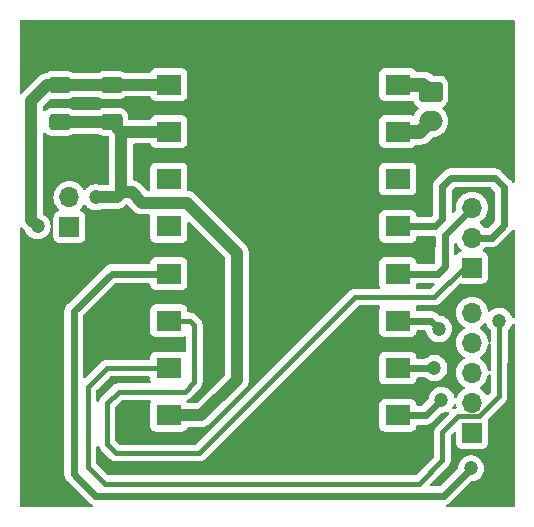
<source format=gbr>
%TF.GenerationSoftware,KiCad,Pcbnew,(7.0.0)*%
%TF.CreationDate,2023-03-31T23:38:51+02:00*%
%TF.ProjectId,funk-transmitter-final,66756e6b-2d74-4726-916e-736d69747465,rev?*%
%TF.SameCoordinates,Original*%
%TF.FileFunction,Copper,L2,Bot*%
%TF.FilePolarity,Positive*%
%FSLAX46Y46*%
G04 Gerber Fmt 4.6, Leading zero omitted, Abs format (unit mm)*
G04 Created by KiCad (PCBNEW (7.0.0)) date 2023-03-31 23:38:51*
%MOMM*%
%LPD*%
G01*
G04 APERTURE LIST*
G04 Aperture macros list*
%AMRoundRect*
0 Rectangle with rounded corners*
0 $1 Rounding radius*
0 $2 $3 $4 $5 $6 $7 $8 $9 X,Y pos of 4 corners*
0 Add a 4 corners polygon primitive as box body*
4,1,4,$2,$3,$4,$5,$6,$7,$8,$9,$2,$3,0*
0 Add four circle primitives for the rounded corners*
1,1,$1+$1,$2,$3*
1,1,$1+$1,$4,$5*
1,1,$1+$1,$6,$7*
1,1,$1+$1,$8,$9*
0 Add four rect primitives between the rounded corners*
20,1,$1+$1,$2,$3,$4,$5,0*
20,1,$1+$1,$4,$5,$6,$7,0*
20,1,$1+$1,$6,$7,$8,$9,0*
20,1,$1+$1,$8,$9,$2,$3,0*%
G04 Aperture macros list end*
%TA.AperFunction,ComponentPad*%
%ADD10RoundRect,0.250000X-0.750000X0.600000X-0.750000X-0.600000X0.750000X-0.600000X0.750000X0.600000X0*%
%TD*%
%TA.AperFunction,ComponentPad*%
%ADD11O,2.000000X1.700000*%
%TD*%
%TA.AperFunction,ComponentPad*%
%ADD12R,1.700000X1.700000*%
%TD*%
%TA.AperFunction,ComponentPad*%
%ADD13O,1.700000X1.700000*%
%TD*%
%TA.AperFunction,SMDPad,CuDef*%
%ADD14RoundRect,0.250000X-0.650000X0.412500X-0.650000X-0.412500X0.650000X-0.412500X0.650000X0.412500X0*%
%TD*%
%TA.AperFunction,SMDPad,CuDef*%
%ADD15R,2.143000X1.762000*%
%TD*%
%TA.AperFunction,ViaPad*%
%ADD16C,1.200000*%
%TD*%
%TA.AperFunction,Conductor*%
%ADD17C,1.000000*%
%TD*%
%TA.AperFunction,Conductor*%
%ADD18C,0.600000*%
%TD*%
%TA.AperFunction,Conductor*%
%ADD19C,0.400000*%
%TD*%
%TA.AperFunction,Conductor*%
%ADD20C,1.200000*%
%TD*%
G04 APERTURE END LIST*
D10*
%TO.P,J2,1,Pin_1*%
%TO.N,N/C*%
X161475000Y-87000000D03*
D11*
%TO.P,J2,2,Pin_2*%
X161474999Y-89499999D03*
%TD*%
D12*
%TO.P,J5,1,Pin_1*%
%TO.N,/nIRQ*%
X164999999Y-101899999D03*
D13*
%TO.P,J5,2,Pin_2*%
%TO.N,/GPIO0*%
X164999999Y-99359999D03*
%TO.P,J5,3,Pin_3*%
%TO.N,/GPIO1*%
X164999999Y-96819999D03*
%TD*%
D14*
%TO.P,C4,1*%
%TO.N,N/C*%
X130075000Y-86437500D03*
%TO.P,C4,2*%
X130075000Y-89562500D03*
%TD*%
D12*
%TO.P,J1,1,Pin_1*%
%TO.N,/ESP_5V*%
X130899999Y-98474999D03*
D13*
%TO.P,J1,2,Pin_2*%
%TO.N,GND*%
X130899999Y-95934999D03*
%TD*%
D14*
%TO.P,C3,1*%
%TO.N,N/C*%
X134475000Y-86437500D03*
%TO.P,C3,2*%
X134475000Y-89562500D03*
%TD*%
D12*
%TO.P,J4,1,Pin_1*%
%TO.N,/SDN*%
X164999999Y-115879999D03*
D13*
%TO.P,J4,2,Pin_2*%
%TO.N,/SCLK*%
X164999999Y-113339999D03*
%TO.P,J4,3,Pin_3*%
%TO.N,/SDI*%
X164999999Y-110799999D03*
%TO.P,J4,4,Pin_4*%
%TO.N,/SDO*%
X164999999Y-108259999D03*
%TO.P,J4,5,Pin_5*%
%TO.N,/nSEL*%
X164999999Y-105719999D03*
%TD*%
D15*
%TO.P,U1,1,VCC*%
%TO.N,+5V*%
X139299999Y-86399999D03*
%TO.P,U1,2,GND*%
%TO.N,GND*%
X139299999Y-90380999D03*
%TO.P,U1,3,NC*%
%TO.N,/NC_1*%
X139299999Y-94399999D03*
%TO.P,U1,4,NC*%
%TO.N,/NC_2*%
X139299999Y-98399999D03*
%TO.P,U1,5,SDN*%
%TO.N,/SDN*%
X139299999Y-102399999D03*
%TO.P,U1,6,nIRQ*%
%TO.N,/nIRQ*%
X139299999Y-106399999D03*
%TO.P,U1,7,nSEL*%
%TO.N,/nSEL*%
X139299999Y-110399999D03*
%TO.P,U1,8,GND*%
%TO.N,GND*%
X139299999Y-114399999D03*
%TO.P,U1,9,ANT*%
%TO.N,/Antenne*%
X158699999Y-86399999D03*
%TO.P,U1,10,GND*%
%TO.N,/gnd*%
X158699999Y-90380999D03*
%TO.P,U1,11,NC*%
%TO.N,/NC_3*%
X158699999Y-94399999D03*
%TO.P,U1,12,GPIO0*%
%TO.N,/GPIO0*%
X158699999Y-98399999D03*
%TO.P,U1,13,GPIO1*%
%TO.N,/GPIO1*%
X158699999Y-102399999D03*
%TO.P,U1,14,SDO*%
%TO.N,/SDO*%
X158699999Y-106399999D03*
%TO.P,U1,15,SDI*%
%TO.N,/SDI*%
X158699999Y-110399999D03*
%TO.P,U1,16,SCLK*%
%TO.N,/SCLK*%
X158699999Y-114399999D03*
%TD*%
D16*
%TO.N,GND*%
X133165000Y-95935000D03*
%TO.N,/ESP_5V*%
X128200000Y-98400000D03*
%TO.N,/SDN*%
X164900000Y-118900000D03*
%TO.N,/SCLK*%
X162400000Y-113100000D03*
%TO.N,/SDI*%
X161800000Y-110400000D03*
%TO.N,/SDO*%
X162200000Y-107100000D03*
%TO.N,/nSEL*%
X167300000Y-106400000D03*
%TD*%
D17*
%TO.N,GND*%
X135312000Y-95510000D02*
X135293500Y-95491500D01*
X139475000Y-90381000D02*
X135293500Y-90381000D01*
X134887000Y-95935000D02*
X135312000Y-95510000D01*
X142075000Y-114400000D02*
X139475000Y-114400000D01*
X134475000Y-89562500D02*
X130075000Y-89562500D01*
X136185000Y-95510000D02*
X135312000Y-95510000D01*
X135293500Y-90381000D02*
X134475000Y-89562500D01*
X135293500Y-90381000D02*
X135293500Y-95491500D01*
X137075000Y-96400000D02*
X140827500Y-96400000D01*
X145075000Y-111400000D02*
X142075000Y-114400000D01*
X140827500Y-96400000D02*
X145075000Y-100647500D01*
X145075000Y-100647500D02*
X145075000Y-111400000D01*
X136185000Y-95510000D02*
X137075000Y-96400000D01*
X133165000Y-95935000D02*
X134887000Y-95935000D01*
%TO.N,/ESP_5V*%
X129037500Y-86437500D02*
X127675000Y-87800000D01*
X127675000Y-87800000D02*
X127675000Y-97875000D01*
X134512500Y-86400000D02*
X134475000Y-86437500D01*
X134475000Y-86437500D02*
X129037500Y-86437500D01*
X139475000Y-86400000D02*
X134512500Y-86400000D01*
X127675000Y-97875000D02*
X128200000Y-98400000D01*
D18*
%TO.N,/SDN*%
X131275000Y-119400000D02*
X131275000Y-105600000D01*
X162075000Y-121200000D02*
X133075000Y-121200000D01*
X162075000Y-121200000D02*
X162600000Y-121200000D01*
X162600000Y-121200000D02*
X164900000Y-118900000D01*
X133075000Y-121200000D02*
X131275000Y-119400000D01*
X131275000Y-105600000D02*
X134475000Y-102400000D01*
X134475000Y-102400000D02*
X139475000Y-102400000D01*
%TO.N,/SCLK*%
X162375000Y-113100000D02*
X162400000Y-113100000D01*
X162400000Y-113100000D02*
X162400000Y-113075000D01*
X158875000Y-114400000D02*
X161075000Y-114400000D01*
X161075000Y-114400000D02*
X162375000Y-113100000D01*
X162400000Y-113075000D02*
X162275000Y-113200000D01*
%TO.N,/SDI*%
X158675000Y-110400000D02*
X161800000Y-110400000D01*
%TO.N,/SDO*%
X158675000Y-106400000D02*
X161500000Y-106400000D01*
X161500000Y-106400000D02*
X162200000Y-107100000D01*
D19*
%TO.N,/nSEL*%
X165552767Y-114490000D02*
X163825000Y-114490000D01*
X167300000Y-106400000D02*
X167275000Y-112767767D01*
X163825000Y-114490000D02*
X162475000Y-115840000D01*
X167275000Y-106400000D02*
X167300000Y-106400000D01*
X134075000Y-110400000D02*
X139475000Y-110400000D01*
X162475000Y-118200000D02*
X160475000Y-120200000D01*
X133875000Y-120200000D02*
X132475000Y-118800000D01*
X132475000Y-118800000D02*
X132475000Y-112000000D01*
X132475000Y-112000000D02*
X134075000Y-110400000D01*
X167275000Y-112767767D02*
X165552767Y-114490000D01*
X162475000Y-115840000D02*
X162475000Y-118200000D01*
X160475000Y-120200000D02*
X133875000Y-120200000D01*
%TO.N,/nIRQ*%
X134075000Y-113400000D02*
X135075000Y-112400000D01*
X141075000Y-106400000D02*
X139475000Y-106400000D01*
X155075000Y-104400000D02*
X141875000Y-117600000D01*
X134875000Y-117600000D02*
X134075000Y-116800000D01*
X134075000Y-116800000D02*
X134075000Y-113400000D01*
X164300000Y-101900000D02*
X165000000Y-101900000D01*
X161800000Y-104400000D02*
X164300000Y-101900000D01*
X135075000Y-112400000D02*
X140675000Y-112400000D01*
X141475000Y-106800000D02*
X141075000Y-106400000D01*
X141875000Y-117600000D02*
X134875000Y-117600000D01*
X155075000Y-104400000D02*
X161800000Y-104400000D01*
X141475000Y-111600000D02*
X141475000Y-106800000D01*
X140675000Y-112400000D02*
X141475000Y-111600000D01*
D18*
%TO.N,/GPIO0*%
X162475000Y-95025000D02*
X163200000Y-94300000D01*
X161875000Y-98400000D02*
X162475000Y-97800000D01*
X163200000Y-94300000D02*
X166900000Y-94300000D01*
X166900000Y-94300000D02*
X167700000Y-95100000D01*
X166640000Y-99360000D02*
X165000000Y-99360000D01*
X167700000Y-95100000D02*
X167700000Y-98300000D01*
X167700000Y-98300000D02*
X166640000Y-99360000D01*
X158875000Y-98400000D02*
X161875000Y-98400000D01*
X162475000Y-97800000D02*
X162475000Y-95025000D01*
%TO.N,/GPIO1*%
X162700000Y-99120000D02*
X165000000Y-96820000D01*
X162700000Y-100300000D02*
X162675000Y-100325000D01*
X162675000Y-101800000D02*
X162675000Y-100325000D01*
X162675000Y-101800000D02*
X162075000Y-102400000D01*
X162075000Y-102400000D02*
X158875000Y-102400000D01*
X162700000Y-100300000D02*
X162700000Y-99120000D01*
D20*
%TO.N,/Antenne*%
X160875000Y-86400000D02*
X161475000Y-87000000D01*
X158875000Y-86400000D02*
X160875000Y-86400000D01*
%TO.N,/gnd*%
X160594000Y-90381000D02*
X161475000Y-89500000D01*
X158875000Y-90381000D02*
X160594000Y-90381000D01*
%TD*%
%TA.AperFunction,NonConductor*%
G36*
X166564513Y-95109939D02*
G01*
X166604741Y-95136819D01*
X166863181Y-95395259D01*
X166890061Y-95435487D01*
X166899500Y-95482940D01*
X166899500Y-97917060D01*
X166890061Y-97964513D01*
X166863181Y-98004741D01*
X166344741Y-98523181D01*
X166304513Y-98550061D01*
X166257060Y-98559500D01*
X166152690Y-98559500D01*
X166095432Y-98545489D01*
X166051114Y-98506621D01*
X166041602Y-98493036D01*
X166041600Y-98493034D01*
X166038495Y-98488599D01*
X165871401Y-98321505D01*
X165866968Y-98318401D01*
X165866961Y-98318395D01*
X165685842Y-98191575D01*
X165646976Y-98147257D01*
X165632965Y-98090000D01*
X165646976Y-98032743D01*
X165685842Y-97988425D01*
X165866961Y-97861604D01*
X165866961Y-97861603D01*
X165871401Y-97858495D01*
X166038495Y-97691401D01*
X166174035Y-97497830D01*
X166273903Y-97283663D01*
X166335063Y-97055408D01*
X166355659Y-96820000D01*
X166335063Y-96584592D01*
X166273903Y-96356337D01*
X166174035Y-96142171D01*
X166038495Y-95948599D01*
X165871401Y-95781505D01*
X165866970Y-95778402D01*
X165866966Y-95778399D01*
X165682259Y-95649066D01*
X165682257Y-95649064D01*
X165677830Y-95645965D01*
X165672933Y-95643681D01*
X165672927Y-95643678D01*
X165468572Y-95548386D01*
X165468570Y-95548385D01*
X165463663Y-95546097D01*
X165458438Y-95544697D01*
X165458430Y-95544694D01*
X165240634Y-95486337D01*
X165240630Y-95486336D01*
X165235408Y-95484937D01*
X165230020Y-95484465D01*
X165230017Y-95484465D01*
X165005395Y-95464813D01*
X165000000Y-95464341D01*
X164994605Y-95464813D01*
X164769982Y-95484465D01*
X164769977Y-95484465D01*
X164764592Y-95484937D01*
X164759371Y-95486335D01*
X164759365Y-95486337D01*
X164541569Y-95544694D01*
X164541557Y-95544698D01*
X164536337Y-95546097D01*
X164531432Y-95548383D01*
X164531427Y-95548386D01*
X164327081Y-95643675D01*
X164327077Y-95643677D01*
X164322171Y-95645965D01*
X164317738Y-95649068D01*
X164317731Y-95649073D01*
X164133034Y-95778399D01*
X164133029Y-95778402D01*
X164128599Y-95781505D01*
X164124775Y-95785328D01*
X164124769Y-95785334D01*
X163965334Y-95944769D01*
X163965328Y-95944775D01*
X163961505Y-95948599D01*
X163958402Y-95953029D01*
X163958399Y-95953034D01*
X163829073Y-96137731D01*
X163829068Y-96137738D01*
X163825965Y-96142171D01*
X163823677Y-96147077D01*
X163823675Y-96147081D01*
X163728386Y-96351427D01*
X163728383Y-96351432D01*
X163726097Y-96356337D01*
X163724698Y-96361557D01*
X163724694Y-96361569D01*
X163666337Y-96579365D01*
X163666335Y-96579371D01*
X163664937Y-96584592D01*
X163664465Y-96589977D01*
X163664465Y-96589982D01*
X163656288Y-96683445D01*
X163644341Y-96820000D01*
X163644813Y-96825395D01*
X163657288Y-96967991D01*
X163650282Y-97021208D01*
X163621441Y-97066479D01*
X163487180Y-97200740D01*
X163437818Y-97230990D01*
X163380102Y-97235532D01*
X163326615Y-97213377D01*
X163289015Y-97169354D01*
X163275500Y-97113059D01*
X163275500Y-95407940D01*
X163284939Y-95360487D01*
X163311819Y-95320259D01*
X163495259Y-95136819D01*
X163535487Y-95109939D01*
X163582940Y-95100500D01*
X166517060Y-95100500D01*
X166564513Y-95109939D01*
G37*
%TD.AperFunction*%
%TA.AperFunction,NonConductor*%
G36*
X163693840Y-99796395D02*
G01*
X163736882Y-99846791D01*
X163823678Y-100032927D01*
X163823681Y-100032933D01*
X163825965Y-100037830D01*
X163829064Y-100042257D01*
X163829066Y-100042259D01*
X163958399Y-100226966D01*
X163958402Y-100226970D01*
X163961505Y-100231401D01*
X163965335Y-100235231D01*
X163965336Y-100235232D01*
X164083430Y-100353326D01*
X164114726Y-100406072D01*
X164116915Y-100467365D01*
X164089462Y-100522210D01*
X164039083Y-100557189D01*
X163923702Y-100600223D01*
X163907669Y-100606204D01*
X163900572Y-100611516D01*
X163900568Y-100611519D01*
X163799550Y-100687141D01*
X163799546Y-100687144D01*
X163792454Y-100692454D01*
X163787144Y-100699546D01*
X163787141Y-100699550D01*
X163711515Y-100800573D01*
X163711512Y-100800578D01*
X163706204Y-100807669D01*
X163705619Y-100809234D01*
X163663534Y-100853165D01*
X163601271Y-100870965D01*
X163538525Y-100854951D01*
X163492409Y-100809489D01*
X163475500Y-100746978D01*
X163475500Y-100528523D01*
X163481597Y-100492635D01*
X163481518Y-100492617D01*
X163481841Y-100491197D01*
X163482458Y-100487570D01*
X163485368Y-100479255D01*
X163489655Y-100441201D01*
X163491982Y-100427512D01*
X163498951Y-100396983D01*
X163498951Y-100396979D01*
X163500500Y-100390195D01*
X163500500Y-100209806D01*
X163500500Y-99899196D01*
X163518211Y-99835331D01*
X163566286Y-99789711D01*
X163630990Y-99775366D01*
X163693840Y-99796395D01*
G37*
%TD.AperFunction*%
%TA.AperFunction,NonConductor*%
G36*
X161765776Y-103214015D02*
G01*
X161809799Y-103251615D01*
X161831954Y-103305102D01*
X161827412Y-103362818D01*
X161797162Y-103412181D01*
X161546162Y-103663181D01*
X161505934Y-103690061D01*
X161458481Y-103699500D01*
X160326653Y-103699500D01*
X160265293Y-103683254D01*
X160220011Y-103638773D01*
X160202673Y-103577712D01*
X160215975Y-103523584D01*
X160215296Y-103523331D01*
X160215295Y-103523331D01*
X160265591Y-103388483D01*
X160272000Y-103328873D01*
X160272000Y-103324500D01*
X160272070Y-103324237D01*
X160272178Y-103322232D01*
X160272601Y-103322254D01*
X160288613Y-103262500D01*
X160334000Y-103217113D01*
X160396000Y-103200500D01*
X161709481Y-103200500D01*
X161765776Y-103214015D01*
G37*
%TD.AperFunction*%
%TA.AperFunction,NonConductor*%
G36*
X166197368Y-106605862D02*
G01*
X166229972Y-106660616D01*
X166267847Y-106793731D01*
X166267849Y-106793737D01*
X166269418Y-106799250D01*
X166360327Y-106981821D01*
X166380522Y-107008564D01*
X166479778Y-107140001D01*
X166479782Y-107140006D01*
X166483236Y-107144579D01*
X166544579Y-107200500D01*
X166555490Y-107210447D01*
X166585484Y-107252221D01*
X166595950Y-107302571D01*
X166592702Y-108129859D01*
X166576782Y-108190158D01*
X166533523Y-108235081D01*
X166473868Y-108253264D01*
X166412907Y-108240109D01*
X166366059Y-108198943D01*
X166345176Y-108140181D01*
X166335063Y-108024592D01*
X166273903Y-107796337D01*
X166174035Y-107582171D01*
X166038495Y-107388599D01*
X165871401Y-107221505D01*
X165866968Y-107218401D01*
X165866961Y-107218395D01*
X165685842Y-107091575D01*
X165646976Y-107047257D01*
X165632965Y-106990000D01*
X165646976Y-106932743D01*
X165685842Y-106888425D01*
X165866961Y-106761604D01*
X165866961Y-106761603D01*
X165871401Y-106758495D01*
X166023028Y-106606867D01*
X166078151Y-106574901D01*
X166141876Y-106574532D01*
X166197368Y-106605862D01*
G37*
%TD.AperFunction*%
%TA.AperFunction,NonConductor*%
G36*
X166533003Y-108297533D02*
G01*
X166576105Y-108342824D01*
X166591629Y-108403388D01*
X166583159Y-110560775D01*
X166567239Y-110621074D01*
X166523981Y-110665997D01*
X166464325Y-110684180D01*
X166403364Y-110671025D01*
X166356516Y-110629859D01*
X166337093Y-110575206D01*
X166336475Y-110575316D01*
X166335827Y-110571646D01*
X166335632Y-110571095D01*
X166335625Y-110571019D01*
X166335063Y-110564592D01*
X166273903Y-110336337D01*
X166174035Y-110122171D01*
X166038495Y-109928599D01*
X165871401Y-109761505D01*
X165866968Y-109758401D01*
X165866961Y-109758395D01*
X165685842Y-109631575D01*
X165646976Y-109587257D01*
X165632965Y-109530000D01*
X165646976Y-109472743D01*
X165685842Y-109428425D01*
X165866961Y-109301604D01*
X165866961Y-109301603D01*
X165871401Y-109298495D01*
X166038495Y-109131401D01*
X166174035Y-108937830D01*
X166273903Y-108723663D01*
X166335063Y-108495408D01*
X166344102Y-108392093D01*
X166365077Y-108333195D01*
X166412124Y-108292018D01*
X166473282Y-108279030D01*
X166533003Y-108297533D01*
G37*
%TD.AperFunction*%
%TA.AperFunction,NonConductor*%
G36*
X166525629Y-110950558D02*
G01*
X166566557Y-110995487D01*
X166581220Y-111054468D01*
X166575838Y-112425394D01*
X166566307Y-112472585D01*
X166539520Y-112512588D01*
X166366983Y-112685125D01*
X166319158Y-112714864D01*
X166263111Y-112720382D01*
X166210405Y-112700542D01*
X166174299Y-112661986D01*
X166174035Y-112662171D01*
X166172739Y-112660320D01*
X166172738Y-112660319D01*
X166038495Y-112468599D01*
X165871401Y-112301505D01*
X165866968Y-112298401D01*
X165866961Y-112298395D01*
X165685842Y-112171575D01*
X165646976Y-112127257D01*
X165632965Y-112070000D01*
X165646976Y-112012743D01*
X165685842Y-111968425D01*
X165866961Y-111841604D01*
X165866961Y-111841603D01*
X165871401Y-111838495D01*
X166038495Y-111671401D01*
X166174035Y-111477830D01*
X166273903Y-111263663D01*
X166335063Y-111035408D01*
X166335373Y-111031853D01*
X166359999Y-110977014D01*
X166408251Y-110940060D01*
X166468267Y-110930474D01*
X166525629Y-110950558D01*
G37*
%TD.AperFunction*%
%TA.AperFunction,NonConductor*%
G36*
X137666001Y-111117113D02*
G01*
X137711388Y-111162500D01*
X137728001Y-111224500D01*
X137728001Y-111328872D01*
X137728353Y-111332150D01*
X137728354Y-111332161D01*
X137733579Y-111380768D01*
X137733580Y-111380773D01*
X137734409Y-111388483D01*
X137737119Y-111395749D01*
X137737120Y-111395753D01*
X137776651Y-111501741D01*
X137782528Y-111517498D01*
X137782529Y-111517500D01*
X137784704Y-111523331D01*
X137784024Y-111523584D01*
X137797327Y-111577712D01*
X137779989Y-111638773D01*
X137734707Y-111683254D01*
X137673347Y-111699500D01*
X135099921Y-111699500D01*
X135092433Y-111699274D01*
X135039881Y-111696094D01*
X135039873Y-111696094D01*
X135032394Y-111695642D01*
X135025018Y-111696993D01*
X135025011Y-111696994D01*
X134973228Y-111706483D01*
X134965828Y-111707610D01*
X134913569Y-111713956D01*
X134913565Y-111713956D01*
X134906128Y-111714860D01*
X134899119Y-111717517D01*
X134899114Y-111717519D01*
X134896643Y-111718456D01*
X134875053Y-111724474D01*
X134872452Y-111724950D01*
X134872438Y-111724954D01*
X134865069Y-111726305D01*
X134858232Y-111729381D01*
X134858232Y-111729382D01*
X134810226Y-111750987D01*
X134803310Y-111753851D01*
X134754082Y-111772521D01*
X134754070Y-111772526D01*
X134747070Y-111775182D01*
X134740904Y-111779437D01*
X134740894Y-111779443D01*
X134738717Y-111780946D01*
X134719195Y-111791957D01*
X134716788Y-111793040D01*
X134716778Y-111793045D01*
X134709944Y-111796122D01*
X134704043Y-111800744D01*
X134704038Y-111800748D01*
X134662608Y-111833206D01*
X134656580Y-111837642D01*
X134613246Y-111867554D01*
X134613242Y-111867556D01*
X134607071Y-111871817D01*
X134602101Y-111877426D01*
X134602094Y-111877433D01*
X134567177Y-111916846D01*
X134562044Y-111922298D01*
X133597290Y-112887051D01*
X133591838Y-112892184D01*
X133552431Y-112927096D01*
X133552425Y-112927102D01*
X133546817Y-112932071D01*
X133542560Y-112938236D01*
X133542551Y-112938248D01*
X133512649Y-112981568D01*
X133508213Y-112987597D01*
X133475749Y-113029035D01*
X133475743Y-113029043D01*
X133471122Y-113034943D01*
X133468044Y-113041780D01*
X133468043Y-113041783D01*
X133466962Y-113044185D01*
X133455940Y-113063727D01*
X133454441Y-113065898D01*
X133454437Y-113065904D01*
X133450182Y-113072070D01*
X133447526Y-113079070D01*
X133447522Y-113079080D01*
X133428853Y-113128305D01*
X133425989Y-113135218D01*
X133412577Y-113165021D01*
X133369943Y-113216182D01*
X133306990Y-113237908D01*
X133241876Y-113223931D01*
X133193384Y-113178285D01*
X133175500Y-113114134D01*
X133175500Y-112341519D01*
X133184939Y-112294066D01*
X133211819Y-112253838D01*
X134328838Y-111136819D01*
X134369066Y-111109939D01*
X134416519Y-111100500D01*
X137604001Y-111100500D01*
X137666001Y-111117113D01*
G37*
%TD.AperFunction*%
%TA.AperFunction,NonConductor*%
G36*
X163592631Y-113447714D02*
G01*
X163641014Y-113488951D01*
X163662604Y-113548744D01*
X163664937Y-113575408D01*
X163666337Y-113580636D01*
X163666338Y-113580637D01*
X163690075Y-113669230D01*
X163690495Y-113731804D01*
X163660306Y-113786615D01*
X163614537Y-113815131D01*
X163615066Y-113816306D01*
X163581896Y-113831235D01*
X163560234Y-113840984D01*
X163553318Y-113843848D01*
X163504082Y-113862521D01*
X163504070Y-113862526D01*
X163497070Y-113865182D01*
X163494150Y-113867197D01*
X163431203Y-113880823D01*
X163368525Y-113859552D01*
X163325718Y-113809069D01*
X163314979Y-113743757D01*
X163335272Y-113692556D01*
X163333199Y-113691273D01*
X163336218Y-113686395D01*
X163339673Y-113681821D01*
X163428076Y-113504281D01*
X163470052Y-113456540D01*
X163530171Y-113435873D01*
X163592631Y-113447714D01*
G37*
%TD.AperFunction*%
%TA.AperFunction,NonConductor*%
G36*
X168537500Y-80917113D02*
G01*
X168582887Y-80962500D01*
X168599500Y-81024500D01*
X168599500Y-94589662D01*
X168584694Y-94648421D01*
X168543812Y-94693149D01*
X168486616Y-94713163D01*
X168426766Y-94703684D01*
X168378554Y-94666976D01*
X168366235Y-94651529D01*
X168358218Y-94641477D01*
X168350180Y-94630147D01*
X168329816Y-94597738D01*
X168202262Y-94470184D01*
X167434252Y-93702174D01*
X167402262Y-93670184D01*
X167369851Y-93649818D01*
X167358509Y-93641771D01*
X167328587Y-93617909D01*
X167322318Y-93614890D01*
X167322315Y-93614888D01*
X167294093Y-93601296D01*
X167281927Y-93594572D01*
X167255414Y-93577913D01*
X167255412Y-93577912D01*
X167249522Y-93574211D01*
X167213393Y-93561568D01*
X167200554Y-93556250D01*
X167172336Y-93542661D01*
X167172329Y-93542658D01*
X167166061Y-93539640D01*
X167159276Y-93538091D01*
X167159267Y-93538088D01*
X167128735Y-93531119D01*
X167115382Y-93527273D01*
X167096699Y-93520735D01*
X167085823Y-93516930D01*
X167085821Y-93516929D01*
X167079255Y-93514632D01*
X167072338Y-93513852D01*
X167072336Y-93513852D01*
X167041218Y-93510345D01*
X167027518Y-93508017D01*
X166996988Y-93501050D01*
X166996983Y-93501049D01*
X166990194Y-93499500D01*
X166944954Y-93499500D01*
X163290194Y-93499500D01*
X163109806Y-93499500D01*
X163103020Y-93501048D01*
X163103008Y-93501050D01*
X163072479Y-93508017D01*
X163058781Y-93510345D01*
X163027665Y-93513852D01*
X163027663Y-93513852D01*
X163020745Y-93514632D01*
X162984619Y-93527272D01*
X162971268Y-93531118D01*
X162940726Y-93538089D01*
X162940711Y-93538094D01*
X162933939Y-93539640D01*
X162913557Y-93549454D01*
X162899441Y-93556252D01*
X162886603Y-93561569D01*
X162857046Y-93571912D01*
X162857041Y-93571914D01*
X162850478Y-93574211D01*
X162844592Y-93577908D01*
X162844582Y-93577914D01*
X162818066Y-93594575D01*
X162805903Y-93601297D01*
X162777690Y-93614884D01*
X162777679Y-93614890D01*
X162771414Y-93617908D01*
X162765977Y-93622243D01*
X162765970Y-93622248D01*
X162741486Y-93641773D01*
X162730153Y-93649814D01*
X162703630Y-93666480D01*
X162703620Y-93666487D01*
X162697738Y-93670184D01*
X162692824Y-93675097D01*
X162692820Y-93675101D01*
X161972735Y-94395186D01*
X161972736Y-94395186D01*
X161845184Y-94522738D01*
X161841479Y-94528632D01*
X161841479Y-94528634D01*
X161824816Y-94555152D01*
X161816773Y-94566487D01*
X161797253Y-94590965D01*
X161797251Y-94590967D01*
X161792909Y-94596413D01*
X161789889Y-94602682D01*
X161789883Y-94602693D01*
X161776299Y-94630900D01*
X161769577Y-94643064D01*
X161756809Y-94663386D01*
X161749211Y-94675478D01*
X161746915Y-94682037D01*
X161746911Y-94682047D01*
X161736565Y-94711613D01*
X161731247Y-94724451D01*
X161717660Y-94752666D01*
X161717657Y-94752671D01*
X161714640Y-94758939D01*
X161713092Y-94765717D01*
X161713089Y-94765728D01*
X161706118Y-94796268D01*
X161702272Y-94809619D01*
X161689632Y-94845745D01*
X161688852Y-94852663D01*
X161688852Y-94852665D01*
X161685345Y-94883781D01*
X161683017Y-94897479D01*
X161676050Y-94928008D01*
X161676048Y-94928020D01*
X161674500Y-94934806D01*
X161674500Y-94941772D01*
X161674500Y-97417060D01*
X161665061Y-97464513D01*
X161638181Y-97504741D01*
X161579741Y-97563181D01*
X161539513Y-97590061D01*
X161492060Y-97599500D01*
X160395999Y-97599500D01*
X160333999Y-97582887D01*
X160288612Y-97537500D01*
X160272599Y-97477739D01*
X160272177Y-97477762D01*
X160272070Y-97475765D01*
X160271999Y-97475500D01*
X160271999Y-97474439D01*
X160271999Y-97471128D01*
X160265591Y-97411517D01*
X160215296Y-97276669D01*
X160129046Y-97161454D01*
X160013831Y-97075204D01*
X159878983Y-97024909D01*
X159871270Y-97024079D01*
X159871267Y-97024079D01*
X159822680Y-97018855D01*
X159822669Y-97018854D01*
X159819373Y-97018500D01*
X159816050Y-97018500D01*
X157583939Y-97018500D01*
X157583920Y-97018500D01*
X157580628Y-97018501D01*
X157577350Y-97018853D01*
X157577338Y-97018854D01*
X157528731Y-97024079D01*
X157528725Y-97024080D01*
X157521017Y-97024909D01*
X157513752Y-97027618D01*
X157513746Y-97027620D01*
X157394480Y-97072104D01*
X157394478Y-97072104D01*
X157386169Y-97075204D01*
X157379072Y-97080516D01*
X157379068Y-97080519D01*
X157278050Y-97156141D01*
X157278046Y-97156144D01*
X157270954Y-97161454D01*
X157265644Y-97168546D01*
X157265641Y-97168550D01*
X157190019Y-97269568D01*
X157190016Y-97269572D01*
X157184704Y-97276669D01*
X157181604Y-97284978D01*
X157181604Y-97284980D01*
X157137120Y-97404247D01*
X157137119Y-97404250D01*
X157134409Y-97411517D01*
X157133579Y-97419227D01*
X157133579Y-97419232D01*
X157128355Y-97467819D01*
X157128354Y-97467831D01*
X157128000Y-97471127D01*
X157128000Y-97474448D01*
X157128000Y-97474449D01*
X157128000Y-99325560D01*
X157128000Y-99325578D01*
X157128001Y-99328872D01*
X157128353Y-99332150D01*
X157128354Y-99332161D01*
X157133579Y-99380768D01*
X157133580Y-99380773D01*
X157134409Y-99388483D01*
X157137119Y-99395749D01*
X157137120Y-99395753D01*
X157147942Y-99424767D01*
X157184704Y-99523331D01*
X157270954Y-99638546D01*
X157386169Y-99724796D01*
X157521017Y-99775091D01*
X157580627Y-99781500D01*
X159819372Y-99781499D01*
X159878983Y-99775091D01*
X160013831Y-99724796D01*
X160129046Y-99638546D01*
X160215296Y-99523331D01*
X160265591Y-99388483D01*
X160272000Y-99328873D01*
X160272000Y-99324500D01*
X160272070Y-99324237D01*
X160272178Y-99322232D01*
X160272601Y-99322254D01*
X160288613Y-99262500D01*
X160334000Y-99217113D01*
X160396000Y-99200500D01*
X161775500Y-99200500D01*
X161837500Y-99217113D01*
X161882887Y-99262500D01*
X161899500Y-99324500D01*
X161899500Y-100096477D01*
X161893401Y-100132366D01*
X161893481Y-100132385D01*
X161893159Y-100133792D01*
X161892541Y-100137429D01*
X161889632Y-100145745D01*
X161888853Y-100152651D01*
X161888852Y-100152659D01*
X161885345Y-100183781D01*
X161883017Y-100197479D01*
X161876050Y-100228008D01*
X161876048Y-100228020D01*
X161874500Y-100234806D01*
X161874500Y-100241772D01*
X161874500Y-101417060D01*
X161865061Y-101464513D01*
X161838181Y-101504741D01*
X161779741Y-101563181D01*
X161739513Y-101590061D01*
X161692060Y-101599500D01*
X160395999Y-101599500D01*
X160333999Y-101582887D01*
X160288612Y-101537500D01*
X160272599Y-101477739D01*
X160272177Y-101477762D01*
X160272070Y-101475765D01*
X160271999Y-101475500D01*
X160271999Y-101474439D01*
X160271999Y-101471128D01*
X160265591Y-101411517D01*
X160215296Y-101276669D01*
X160129046Y-101161454D01*
X160013831Y-101075204D01*
X159878983Y-101024909D01*
X159871270Y-101024079D01*
X159871267Y-101024079D01*
X159822680Y-101018855D01*
X159822669Y-101018854D01*
X159819373Y-101018500D01*
X159816050Y-101018500D01*
X157583939Y-101018500D01*
X157583920Y-101018500D01*
X157580628Y-101018501D01*
X157577350Y-101018853D01*
X157577338Y-101018854D01*
X157528731Y-101024079D01*
X157528725Y-101024080D01*
X157521017Y-101024909D01*
X157513752Y-101027618D01*
X157513746Y-101027620D01*
X157394480Y-101072104D01*
X157394478Y-101072104D01*
X157386169Y-101075204D01*
X157379072Y-101080516D01*
X157379068Y-101080519D01*
X157278050Y-101156141D01*
X157278046Y-101156144D01*
X157270954Y-101161454D01*
X157265644Y-101168546D01*
X157265641Y-101168550D01*
X157190019Y-101269568D01*
X157190016Y-101269572D01*
X157184704Y-101276669D01*
X157181604Y-101284978D01*
X157181604Y-101284980D01*
X157137120Y-101404247D01*
X157137119Y-101404250D01*
X157134409Y-101411517D01*
X157133579Y-101419227D01*
X157133579Y-101419232D01*
X157128355Y-101467819D01*
X157128354Y-101467831D01*
X157128000Y-101471127D01*
X157128000Y-101474448D01*
X157128000Y-101474449D01*
X157128000Y-103325560D01*
X157128000Y-103325578D01*
X157128001Y-103328872D01*
X157128353Y-103332150D01*
X157128354Y-103332161D01*
X157133579Y-103380768D01*
X157133580Y-103380773D01*
X157134409Y-103388483D01*
X157137119Y-103395749D01*
X157137120Y-103395753D01*
X157181604Y-103515019D01*
X157182528Y-103517498D01*
X157182529Y-103517500D01*
X157184704Y-103523331D01*
X157184024Y-103523584D01*
X157197327Y-103577712D01*
X157179989Y-103638773D01*
X157134707Y-103683254D01*
X157073347Y-103699500D01*
X155099921Y-103699500D01*
X155092433Y-103699274D01*
X155039881Y-103696094D01*
X155039873Y-103696094D01*
X155032394Y-103695642D01*
X155025018Y-103696993D01*
X155025010Y-103696994D01*
X154973226Y-103706483D01*
X154965827Y-103707610D01*
X154913569Y-103713956D01*
X154913565Y-103713956D01*
X154906128Y-103714860D01*
X154899119Y-103717517D01*
X154899114Y-103717519D01*
X154896643Y-103718456D01*
X154875053Y-103724474D01*
X154872449Y-103724951D01*
X154872439Y-103724953D01*
X154865068Y-103726305D01*
X154858235Y-103729379D01*
X154858229Y-103729382D01*
X154810219Y-103750989D01*
X154803305Y-103753853D01*
X154754080Y-103772522D01*
X154754070Y-103772526D01*
X154747070Y-103775182D01*
X154740904Y-103779437D01*
X154740898Y-103779441D01*
X154738727Y-103780940D01*
X154719185Y-103791962D01*
X154716783Y-103793043D01*
X154716780Y-103793044D01*
X154709943Y-103796122D01*
X154704043Y-103800743D01*
X154704035Y-103800749D01*
X154662597Y-103833213D01*
X154656568Y-103837649D01*
X154613248Y-103867551D01*
X154613236Y-103867560D01*
X154607071Y-103871817D01*
X154602102Y-103877425D01*
X154602096Y-103877431D01*
X154567184Y-103916838D01*
X154562051Y-103922290D01*
X141621162Y-116863181D01*
X141580934Y-116890061D01*
X141533481Y-116899500D01*
X135216519Y-116899500D01*
X135169066Y-116890061D01*
X135128838Y-116863181D01*
X134811819Y-116546162D01*
X134784939Y-116505934D01*
X134775500Y-116458481D01*
X134775500Y-113741519D01*
X134784939Y-113694066D01*
X134811819Y-113653838D01*
X135328837Y-113136819D01*
X135369065Y-113109939D01*
X135416518Y-113100500D01*
X137673347Y-113100500D01*
X137734707Y-113116746D01*
X137779989Y-113161227D01*
X137797327Y-113222288D01*
X137784024Y-113276415D01*
X137784704Y-113276669D01*
X137782529Y-113282499D01*
X137782527Y-113282503D01*
X137781605Y-113284975D01*
X137781604Y-113284979D01*
X137737120Y-113404247D01*
X137737119Y-113404250D01*
X137734409Y-113411517D01*
X137733579Y-113419227D01*
X137733579Y-113419232D01*
X137728355Y-113467819D01*
X137728354Y-113467831D01*
X137728000Y-113471127D01*
X137728000Y-113474448D01*
X137728000Y-113474449D01*
X137728000Y-115325560D01*
X137728000Y-115325578D01*
X137728001Y-115328872D01*
X137728353Y-115332150D01*
X137728354Y-115332161D01*
X137733579Y-115380768D01*
X137733580Y-115380773D01*
X137734409Y-115388483D01*
X137737119Y-115395749D01*
X137737120Y-115395753D01*
X137770717Y-115485831D01*
X137784704Y-115523331D01*
X137790018Y-115530430D01*
X137790019Y-115530431D01*
X137818371Y-115568305D01*
X137870954Y-115638546D01*
X137986169Y-115724796D01*
X138121017Y-115775091D01*
X138180627Y-115781500D01*
X140419372Y-115781499D01*
X140478983Y-115775091D01*
X140613831Y-115724796D01*
X140729046Y-115638546D01*
X140815296Y-115523331D01*
X140831022Y-115481166D01*
X140857461Y-115438931D01*
X140898391Y-115410512D01*
X140947204Y-115400500D01*
X142060722Y-115400500D01*
X142063862Y-115400539D01*
X142151363Y-115402757D01*
X142209458Y-115392344D01*
X142218739Y-115391042D01*
X142277438Y-115385074D01*
X142306464Y-115375966D01*
X142321713Y-115372224D01*
X142322567Y-115372071D01*
X142351653Y-115366858D01*
X142406423Y-115344980D01*
X142415303Y-115341818D01*
X142471588Y-115324159D01*
X142498194Y-115309390D01*
X142512362Y-115302662D01*
X142540617Y-115291377D01*
X142589891Y-115258902D01*
X142597910Y-115254043D01*
X142649502Y-115225409D01*
X142660961Y-115215570D01*
X142672583Y-115205594D01*
X142685125Y-115196137D01*
X142691430Y-115191982D01*
X142710519Y-115179402D01*
X142752238Y-115137681D01*
X142759122Y-115131301D01*
X142803895Y-115092866D01*
X142822520Y-115068802D01*
X142832879Y-115057040D01*
X145772409Y-112117510D01*
X145774579Y-112115394D01*
X145838053Y-112055059D01*
X145863547Y-112018431D01*
X145871748Y-112006648D01*
X145877422Y-111999123D01*
X145910721Y-111958285D01*
X145910723Y-111958281D01*
X145914698Y-111953407D01*
X145928782Y-111926444D01*
X145936919Y-111913013D01*
X145950704Y-111893208D01*
X145950703Y-111893208D01*
X145954295Y-111888049D01*
X145977568Y-111833815D01*
X145981598Y-111825331D01*
X146005994Y-111778629D01*
X146008909Y-111773049D01*
X146017278Y-111743797D01*
X146022538Y-111729023D01*
X146034540Y-111701058D01*
X146046416Y-111643262D01*
X146048649Y-111634162D01*
X146064887Y-111577418D01*
X146067197Y-111547077D01*
X146069378Y-111531528D01*
X146075500Y-111501741D01*
X146075500Y-111442758D01*
X146075858Y-111433343D01*
X146076051Y-111430801D01*
X146080337Y-111374523D01*
X146076493Y-111344347D01*
X146075500Y-111328682D01*
X146075500Y-100661762D01*
X146075540Y-100658621D01*
X146075571Y-100657379D01*
X146077757Y-100571137D01*
X146067349Y-100513073D01*
X146066041Y-100503742D01*
X146060074Y-100445062D01*
X146050964Y-100416028D01*
X146047227Y-100400805D01*
X146041858Y-100370847D01*
X146039524Y-100365003D01*
X146019976Y-100316065D01*
X146016816Y-100307189D01*
X146014532Y-100299912D01*
X145999159Y-100250912D01*
X145990219Y-100234806D01*
X145984396Y-100224314D01*
X145977660Y-100210131D01*
X145977530Y-100209806D01*
X145966377Y-100181883D01*
X145933917Y-100132631D01*
X145929036Y-100124573D01*
X145903463Y-100078500D01*
X145903462Y-100078499D01*
X145900409Y-100072998D01*
X145880591Y-100049913D01*
X145871140Y-100037379D01*
X145868206Y-100032927D01*
X145854402Y-100011981D01*
X145812692Y-99970271D01*
X145806287Y-99963360D01*
X145771960Y-99923374D01*
X145767866Y-99918605D01*
X145762896Y-99914758D01*
X145762891Y-99914753D01*
X145743805Y-99899979D01*
X145732026Y-99889605D01*
X141545067Y-95702647D01*
X141542874Y-95700398D01*
X141486890Y-95641503D01*
X141486889Y-95641502D01*
X141482559Y-95636947D01*
X141474660Y-95631449D01*
X141434142Y-95603247D01*
X141426619Y-95597575D01*
X141385780Y-95564275D01*
X141385777Y-95564273D01*
X141380907Y-95560302D01*
X141353937Y-95546213D01*
X141340524Y-95538087D01*
X141315549Y-95520705D01*
X141261317Y-95497432D01*
X141252851Y-95493411D01*
X141200549Y-95466091D01*
X141171302Y-95457722D01*
X141156521Y-95452459D01*
X141134341Y-95442941D01*
X141134335Y-95442939D01*
X141128558Y-95440460D01*
X141122405Y-95439195D01*
X141122391Y-95439191D01*
X141070773Y-95428583D01*
X141061626Y-95426338D01*
X141010965Y-95411842D01*
X141010953Y-95411839D01*
X141004918Y-95410113D01*
X140998655Y-95409636D01*
X140998650Y-95409635D01*
X140986579Y-95408716D01*
X140928637Y-95389181D01*
X140887075Y-95344332D01*
X140882303Y-95325578D01*
X157128000Y-95325578D01*
X157128001Y-95328872D01*
X157128353Y-95332150D01*
X157128354Y-95332161D01*
X157133579Y-95380768D01*
X157133580Y-95380773D01*
X157134409Y-95388483D01*
X157137119Y-95395749D01*
X157137120Y-95395753D01*
X157167263Y-95476569D01*
X157184704Y-95523331D01*
X157190018Y-95530430D01*
X157190019Y-95530431D01*
X157212380Y-95560302D01*
X157270954Y-95638546D01*
X157386169Y-95724796D01*
X157521017Y-95775091D01*
X157580627Y-95781500D01*
X159819372Y-95781499D01*
X159878983Y-95775091D01*
X160013831Y-95724796D01*
X160129046Y-95638546D01*
X160215296Y-95523331D01*
X160265591Y-95388483D01*
X160272000Y-95328873D01*
X160271999Y-93471128D01*
X160265591Y-93411517D01*
X160215296Y-93276669D01*
X160129046Y-93161454D01*
X160013831Y-93075204D01*
X159878983Y-93024909D01*
X159871270Y-93024079D01*
X159871267Y-93024079D01*
X159822680Y-93018855D01*
X159822669Y-93018854D01*
X159819373Y-93018500D01*
X159816050Y-93018500D01*
X157583939Y-93018500D01*
X157583920Y-93018500D01*
X157580628Y-93018501D01*
X157577350Y-93018853D01*
X157577338Y-93018854D01*
X157528731Y-93024079D01*
X157528725Y-93024080D01*
X157521017Y-93024909D01*
X157513752Y-93027618D01*
X157513746Y-93027620D01*
X157394480Y-93072104D01*
X157394478Y-93072104D01*
X157386169Y-93075204D01*
X157379072Y-93080516D01*
X157379068Y-93080519D01*
X157278050Y-93156141D01*
X157278046Y-93156144D01*
X157270954Y-93161454D01*
X157265644Y-93168546D01*
X157265641Y-93168550D01*
X157190019Y-93269568D01*
X157190016Y-93269572D01*
X157184704Y-93276669D01*
X157181604Y-93284978D01*
X157181604Y-93284980D01*
X157137120Y-93404247D01*
X157137119Y-93404250D01*
X157134409Y-93411517D01*
X157133579Y-93419227D01*
X157133579Y-93419232D01*
X157128355Y-93467819D01*
X157128354Y-93467831D01*
X157128000Y-93471127D01*
X157128000Y-93474448D01*
X157128000Y-93474449D01*
X157128000Y-95325560D01*
X157128000Y-95325578D01*
X140882303Y-95325578D01*
X140871999Y-95285077D01*
X140871999Y-93471128D01*
X140865591Y-93411517D01*
X140815296Y-93276669D01*
X140729046Y-93161454D01*
X140613831Y-93075204D01*
X140478983Y-93024909D01*
X140471270Y-93024079D01*
X140471267Y-93024079D01*
X140422680Y-93018855D01*
X140422669Y-93018854D01*
X140419373Y-93018500D01*
X140416050Y-93018500D01*
X138183939Y-93018500D01*
X138183920Y-93018500D01*
X138180628Y-93018501D01*
X138177350Y-93018853D01*
X138177338Y-93018854D01*
X138128731Y-93024079D01*
X138128725Y-93024080D01*
X138121017Y-93024909D01*
X138113752Y-93027618D01*
X138113746Y-93027620D01*
X137994480Y-93072104D01*
X137994478Y-93072104D01*
X137986169Y-93075204D01*
X137979072Y-93080516D01*
X137979068Y-93080519D01*
X137878050Y-93156141D01*
X137878046Y-93156144D01*
X137870954Y-93161454D01*
X137865644Y-93168546D01*
X137865641Y-93168550D01*
X137790019Y-93269568D01*
X137790016Y-93269572D01*
X137784704Y-93276669D01*
X137781604Y-93284978D01*
X137781604Y-93284980D01*
X137737120Y-93404247D01*
X137737119Y-93404250D01*
X137734409Y-93411517D01*
X137733579Y-93419227D01*
X137733579Y-93419232D01*
X137728355Y-93467819D01*
X137728354Y-93467831D01*
X137728000Y-93471127D01*
X137728000Y-94395186D01*
X137728001Y-95275500D01*
X137711388Y-95337500D01*
X137666001Y-95382887D01*
X137604001Y-95399500D01*
X137540783Y-95399500D01*
X137493330Y-95390061D01*
X137453102Y-95363181D01*
X136902566Y-94812646D01*
X136900373Y-94810397D01*
X136844390Y-94751503D01*
X136844389Y-94751502D01*
X136840059Y-94746947D01*
X136834897Y-94743354D01*
X136791642Y-94713247D01*
X136784119Y-94707575D01*
X136743280Y-94674275D01*
X136743277Y-94674273D01*
X136738407Y-94670302D01*
X136711437Y-94656213D01*
X136698024Y-94648087D01*
X136673049Y-94630705D01*
X136618817Y-94607432D01*
X136610351Y-94603411D01*
X136558049Y-94576091D01*
X136528802Y-94567722D01*
X136514021Y-94562459D01*
X136491841Y-94552941D01*
X136491835Y-94552939D01*
X136486058Y-94550460D01*
X136479905Y-94549195D01*
X136479891Y-94549191D01*
X136428273Y-94538583D01*
X136419125Y-94536338D01*
X136383889Y-94526256D01*
X136337230Y-94501126D01*
X136305325Y-94458811D01*
X136294000Y-94407040D01*
X136294000Y-91505500D01*
X136310613Y-91443500D01*
X136356000Y-91398113D01*
X136418000Y-91381500D01*
X137652796Y-91381500D01*
X137701609Y-91391512D01*
X137742539Y-91419931D01*
X137768977Y-91462166D01*
X137772006Y-91470285D01*
X137781080Y-91494616D01*
X137784704Y-91504331D01*
X137870954Y-91619546D01*
X137986169Y-91705796D01*
X138121017Y-91756091D01*
X138180627Y-91762500D01*
X140419372Y-91762499D01*
X140478983Y-91756091D01*
X140613831Y-91705796D01*
X140729046Y-91619546D01*
X140815296Y-91504331D01*
X140865591Y-91369483D01*
X140872000Y-91309873D01*
X140872000Y-91306578D01*
X157128000Y-91306578D01*
X157128001Y-91309872D01*
X157128353Y-91313150D01*
X157128354Y-91313161D01*
X157133579Y-91361768D01*
X157133580Y-91361773D01*
X157134409Y-91369483D01*
X157137119Y-91376749D01*
X157137120Y-91376753D01*
X157168978Y-91462167D01*
X157184704Y-91504331D01*
X157270954Y-91619546D01*
X157386169Y-91705796D01*
X157521017Y-91756091D01*
X157580627Y-91762500D01*
X159819372Y-91762499D01*
X159878983Y-91756091D01*
X160013831Y-91705796D01*
X160129046Y-91619546D01*
X160195190Y-91531188D01*
X160238953Y-91494616D01*
X160294457Y-91481500D01*
X160491765Y-91481500D01*
X160503406Y-91482472D01*
X160503420Y-91482288D01*
X160509305Y-91482708D01*
X160515134Y-91483689D01*
X160605613Y-91481535D01*
X160608565Y-91481500D01*
X160643479Y-91481500D01*
X160646425Y-91481500D01*
X160655080Y-91480673D01*
X160663900Y-91480147D01*
X160725245Y-91478687D01*
X160756653Y-91471853D01*
X160771214Y-91469583D01*
X160803218Y-91466528D01*
X160862094Y-91449239D01*
X160870651Y-91447055D01*
X160930612Y-91434013D01*
X160960161Y-91421358D01*
X160974035Y-91416370D01*
X161004875Y-91407316D01*
X161059418Y-91379196D01*
X161067411Y-91375431D01*
X161118378Y-91353606D01*
X161118378Y-91353605D01*
X161123812Y-91351279D01*
X161150423Y-91333266D01*
X161163108Y-91325740D01*
X161191682Y-91311011D01*
X161239913Y-91273079D01*
X161247064Y-91267859D01*
X161292965Y-91236793D01*
X161297865Y-91233477D01*
X161320592Y-91210748D01*
X161331612Y-91200966D01*
X161356886Y-91181092D01*
X161397080Y-91134704D01*
X161403085Y-91128255D01*
X161648630Y-90882710D01*
X161683904Y-90858012D01*
X161725502Y-90846866D01*
X161726478Y-90846780D01*
X161860408Y-90835063D01*
X162088663Y-90773903D01*
X162302829Y-90674035D01*
X162496401Y-90538495D01*
X162663495Y-90371401D01*
X162799035Y-90177830D01*
X162898903Y-89963663D01*
X162960063Y-89735408D01*
X162980659Y-89500000D01*
X162960063Y-89264592D01*
X162898903Y-89036337D01*
X162799035Y-88822171D01*
X162663495Y-88628599D01*
X162515734Y-88480838D01*
X162485153Y-88430441D01*
X162481300Y-88371618D01*
X162505046Y-88317662D01*
X162544879Y-88285698D01*
X162544334Y-88284814D01*
X162687511Y-88196502D01*
X162693656Y-88192712D01*
X162817712Y-88068656D01*
X162909814Y-87919334D01*
X162964999Y-87752797D01*
X162975500Y-87650009D01*
X162975499Y-86349992D01*
X162964999Y-86247203D01*
X162909814Y-86080666D01*
X162817712Y-85931344D01*
X162693656Y-85807288D01*
X162687515Y-85803500D01*
X162687511Y-85803497D01*
X162550480Y-85718977D01*
X162544334Y-85715186D01*
X162517228Y-85706204D01*
X162384225Y-85662131D01*
X162384224Y-85662130D01*
X162377797Y-85660001D01*
X162371064Y-85659313D01*
X162371059Y-85659312D01*
X162278140Y-85649819D01*
X162278123Y-85649818D01*
X162275009Y-85649500D01*
X162271860Y-85649500D01*
X161732285Y-85649500D01*
X161686194Y-85640616D01*
X161646708Y-85615236D01*
X161644960Y-85613569D01*
X161642856Y-85611514D01*
X161618187Y-85586845D01*
X161616101Y-85584759D01*
X161613827Y-85582881D01*
X161613820Y-85582875D01*
X161609382Y-85579210D01*
X161602776Y-85573347D01*
X161558378Y-85531014D01*
X161531342Y-85513638D01*
X161519441Y-85504948D01*
X161499205Y-85488240D01*
X161499198Y-85488235D01*
X161494645Y-85484476D01*
X161440788Y-85455067D01*
X161433179Y-85450553D01*
X161412090Y-85437000D01*
X161381572Y-85417387D01*
X161351730Y-85405440D01*
X161338399Y-85399159D01*
X161310183Y-85383752D01*
X161304559Y-85381954D01*
X161304554Y-85381952D01*
X161251733Y-85365067D01*
X161243405Y-85362073D01*
X161191937Y-85341468D01*
X161191929Y-85341465D01*
X161186457Y-85339275D01*
X161154895Y-85333191D01*
X161140614Y-85329546D01*
X161127710Y-85325421D01*
X161115618Y-85321556D01*
X161115614Y-85321555D01*
X161109992Y-85319758D01*
X161104127Y-85319056D01*
X161104124Y-85319056D01*
X161049063Y-85312472D01*
X161040323Y-85311109D01*
X160985878Y-85300616D01*
X160985873Y-85300615D01*
X160980085Y-85299500D01*
X160974182Y-85299500D01*
X160947939Y-85299500D01*
X160933219Y-85298623D01*
X160907177Y-85295509D01*
X160907170Y-85295508D01*
X160901309Y-85294808D01*
X160895420Y-85295229D01*
X160895415Y-85295229D01*
X160840119Y-85299184D01*
X160831274Y-85299500D01*
X160294457Y-85299500D01*
X160238953Y-85286384D01*
X160195190Y-85249811D01*
X160134358Y-85168550D01*
X160129046Y-85161454D01*
X160013831Y-85075204D01*
X159878983Y-85024909D01*
X159871270Y-85024079D01*
X159871267Y-85024079D01*
X159822680Y-85018855D01*
X159822669Y-85018854D01*
X159819373Y-85018500D01*
X159816050Y-85018500D01*
X157583939Y-85018500D01*
X157583920Y-85018500D01*
X157580628Y-85018501D01*
X157577350Y-85018853D01*
X157577338Y-85018854D01*
X157528731Y-85024079D01*
X157528725Y-85024080D01*
X157521017Y-85024909D01*
X157513752Y-85027618D01*
X157513746Y-85027620D01*
X157394480Y-85072104D01*
X157394478Y-85072104D01*
X157386169Y-85075204D01*
X157379072Y-85080516D01*
X157379068Y-85080519D01*
X157278050Y-85156141D01*
X157278046Y-85156144D01*
X157270954Y-85161454D01*
X157265644Y-85168546D01*
X157265641Y-85168550D01*
X157190019Y-85269568D01*
X157190016Y-85269572D01*
X157184704Y-85276669D01*
X157181604Y-85284978D01*
X157181604Y-85284980D01*
X157137120Y-85404247D01*
X157137119Y-85404250D01*
X157134409Y-85411517D01*
X157133579Y-85419227D01*
X157133579Y-85419232D01*
X157128355Y-85467819D01*
X157128354Y-85467831D01*
X157128000Y-85471127D01*
X157128000Y-85474448D01*
X157128000Y-85474449D01*
X157128000Y-87325560D01*
X157128000Y-87325578D01*
X157128001Y-87328872D01*
X157128353Y-87332150D01*
X157128354Y-87332161D01*
X157133579Y-87380768D01*
X157133580Y-87380773D01*
X157134409Y-87388483D01*
X157137119Y-87395749D01*
X157137120Y-87395753D01*
X157159763Y-87456461D01*
X157184704Y-87523331D01*
X157190018Y-87530430D01*
X157190019Y-87530431D01*
X157213154Y-87561336D01*
X157270954Y-87638546D01*
X157386169Y-87724796D01*
X157521017Y-87775091D01*
X157580627Y-87781500D01*
X159819372Y-87781499D01*
X159878983Y-87775091D01*
X159879028Y-87775516D01*
X159934002Y-87776346D01*
X159986970Y-87805930D01*
X160019564Y-87857102D01*
X160040186Y-87919334D01*
X160043977Y-87925480D01*
X160128497Y-88062511D01*
X160128500Y-88062515D01*
X160132288Y-88068656D01*
X160256344Y-88192712D01*
X160262485Y-88196500D01*
X160262488Y-88196502D01*
X160405666Y-88284814D01*
X160405120Y-88285697D01*
X160444957Y-88317667D01*
X160468700Y-88371621D01*
X160464845Y-88430443D01*
X160434266Y-88480837D01*
X160286505Y-88628599D01*
X160283406Y-88633023D01*
X160283399Y-88633033D01*
X160154066Y-88817740D01*
X160154061Y-88817747D01*
X160150965Y-88822170D01*
X160148681Y-88827066D01*
X160148678Y-88827073D01*
X160086087Y-88961299D01*
X160047489Y-89008553D01*
X159991027Y-89031678D01*
X159930372Y-89025076D01*
X159886252Y-89008620D01*
X159886250Y-89008619D01*
X159878983Y-89005909D01*
X159871270Y-89005079D01*
X159871267Y-89005079D01*
X159822680Y-88999855D01*
X159822669Y-88999854D01*
X159819373Y-88999500D01*
X159816050Y-88999500D01*
X157583939Y-88999500D01*
X157583920Y-88999500D01*
X157580628Y-88999501D01*
X157577350Y-88999853D01*
X157577338Y-88999854D01*
X157528731Y-89005079D01*
X157528725Y-89005080D01*
X157521017Y-89005909D01*
X157513752Y-89008618D01*
X157513746Y-89008620D01*
X157394480Y-89053104D01*
X157394478Y-89053104D01*
X157386169Y-89056204D01*
X157379072Y-89061516D01*
X157379068Y-89061519D01*
X157278050Y-89137141D01*
X157278046Y-89137144D01*
X157270954Y-89142454D01*
X157265644Y-89149546D01*
X157265641Y-89149550D01*
X157190019Y-89250568D01*
X157190016Y-89250572D01*
X157184704Y-89257669D01*
X157181604Y-89265978D01*
X157181604Y-89265980D01*
X157137120Y-89385247D01*
X157137119Y-89385250D01*
X157134409Y-89392517D01*
X157133579Y-89400227D01*
X157133579Y-89400232D01*
X157128355Y-89448819D01*
X157128354Y-89448831D01*
X157128000Y-89452127D01*
X157128000Y-89455448D01*
X157128000Y-89455449D01*
X157128000Y-91306560D01*
X157128000Y-91306578D01*
X140872000Y-91306578D01*
X140871999Y-89452128D01*
X140865591Y-89392517D01*
X140815296Y-89257669D01*
X140729046Y-89142454D01*
X140613831Y-89056204D01*
X140543465Y-89029959D01*
X140486252Y-89008620D01*
X140486250Y-89008619D01*
X140478983Y-89005909D01*
X140471270Y-89005079D01*
X140471267Y-89005079D01*
X140422680Y-88999855D01*
X140422669Y-88999854D01*
X140419373Y-88999500D01*
X140416050Y-88999500D01*
X138183939Y-88999500D01*
X138183920Y-88999500D01*
X138180628Y-88999501D01*
X138177350Y-88999853D01*
X138177338Y-88999854D01*
X138128731Y-89005079D01*
X138128725Y-89005080D01*
X138121017Y-89005909D01*
X138113752Y-89008618D01*
X138113746Y-89008620D01*
X137994480Y-89053104D01*
X137994478Y-89053104D01*
X137986169Y-89056204D01*
X137979072Y-89061516D01*
X137979068Y-89061519D01*
X137878050Y-89137141D01*
X137878046Y-89137144D01*
X137870954Y-89142454D01*
X137865644Y-89149546D01*
X137865641Y-89149550D01*
X137790019Y-89250568D01*
X137790016Y-89250572D01*
X137784704Y-89257669D01*
X137781605Y-89265975D01*
X137781604Y-89265979D01*
X137768978Y-89299833D01*
X137742539Y-89342069D01*
X137701609Y-89370488D01*
X137652796Y-89380500D01*
X135999499Y-89380500D01*
X135937499Y-89363887D01*
X135892112Y-89318500D01*
X135875499Y-89256500D01*
X135875499Y-89103141D01*
X135875499Y-89099992D01*
X135864999Y-88997203D01*
X135809814Y-88830666D01*
X135717712Y-88681344D01*
X135593656Y-88557288D01*
X135587515Y-88553500D01*
X135587511Y-88553497D01*
X135450480Y-88468977D01*
X135444334Y-88465186D01*
X135433225Y-88461505D01*
X135284225Y-88412131D01*
X135284224Y-88412130D01*
X135277797Y-88410001D01*
X135271064Y-88409313D01*
X135271059Y-88409312D01*
X135178140Y-88399819D01*
X135178123Y-88399818D01*
X135175009Y-88399500D01*
X135171860Y-88399500D01*
X133778140Y-88399500D01*
X133778120Y-88399500D01*
X133774992Y-88399501D01*
X133771860Y-88399820D01*
X133771858Y-88399821D01*
X133678938Y-88409312D01*
X133678928Y-88409313D01*
X133672203Y-88410001D01*
X133665781Y-88412128D01*
X133665776Y-88412130D01*
X133512521Y-88462914D01*
X133512517Y-88462915D01*
X133505666Y-88465186D01*
X133378633Y-88543539D01*
X133313539Y-88562000D01*
X131236461Y-88562000D01*
X131171366Y-88543539D01*
X131044334Y-88465186D01*
X131033225Y-88461505D01*
X130884225Y-88412131D01*
X130884224Y-88412130D01*
X130877797Y-88410001D01*
X130871064Y-88409313D01*
X130871059Y-88409312D01*
X130778140Y-88399819D01*
X130778123Y-88399818D01*
X130775009Y-88399500D01*
X130771860Y-88399500D01*
X129378140Y-88399500D01*
X129378120Y-88399500D01*
X129374992Y-88399501D01*
X129371860Y-88399820D01*
X129371858Y-88399821D01*
X129278938Y-88409312D01*
X129278928Y-88409313D01*
X129272203Y-88410001D01*
X129265781Y-88412128D01*
X129265776Y-88412130D01*
X129112521Y-88462914D01*
X129112517Y-88462915D01*
X129105666Y-88465186D01*
X129099522Y-88468975D01*
X129099519Y-88468977D01*
X128962488Y-88553497D01*
X128962480Y-88553503D01*
X128956344Y-88557288D01*
X128951242Y-88562389D01*
X128951238Y-88562393D01*
X128887181Y-88626451D01*
X128837818Y-88656701D01*
X128780102Y-88661243D01*
X128726615Y-88639088D01*
X128689015Y-88595065D01*
X128675500Y-88538770D01*
X128675500Y-88265783D01*
X128684939Y-88218330D01*
X128711819Y-88178102D01*
X128827410Y-88062511D01*
X129255688Y-87634231D01*
X129301807Y-87605086D01*
X129355973Y-87598557D01*
X129374991Y-87600500D01*
X130775008Y-87600499D01*
X130877797Y-87589999D01*
X131044334Y-87534814D01*
X131171366Y-87456460D01*
X131236461Y-87438000D01*
X133313539Y-87438000D01*
X133378633Y-87456460D01*
X133505666Y-87534814D01*
X133672203Y-87589999D01*
X133774991Y-87600500D01*
X135175008Y-87600499D01*
X135277797Y-87589999D01*
X135444334Y-87534814D01*
X135593656Y-87442712D01*
X135599548Y-87436819D01*
X135600894Y-87435919D01*
X135604428Y-87433126D01*
X135604651Y-87433409D01*
X135639777Y-87409939D01*
X135687230Y-87400500D01*
X137652796Y-87400500D01*
X137701609Y-87410512D01*
X137742539Y-87438931D01*
X137768977Y-87481166D01*
X137784704Y-87523331D01*
X137790018Y-87530430D01*
X137790019Y-87530431D01*
X137813154Y-87561336D01*
X137870954Y-87638546D01*
X137986169Y-87724796D01*
X138121017Y-87775091D01*
X138180627Y-87781500D01*
X140419372Y-87781499D01*
X140478983Y-87775091D01*
X140613831Y-87724796D01*
X140729046Y-87638546D01*
X140815296Y-87523331D01*
X140865591Y-87388483D01*
X140872000Y-87328873D01*
X140871999Y-85471128D01*
X140865591Y-85411517D01*
X140815296Y-85276669D01*
X140729046Y-85161454D01*
X140613831Y-85075204D01*
X140478983Y-85024909D01*
X140471270Y-85024079D01*
X140471267Y-85024079D01*
X140422680Y-85018855D01*
X140422669Y-85018854D01*
X140419373Y-85018500D01*
X140416050Y-85018500D01*
X138183939Y-85018500D01*
X138183920Y-85018500D01*
X138180628Y-85018501D01*
X138177350Y-85018853D01*
X138177338Y-85018854D01*
X138128731Y-85024079D01*
X138128725Y-85024080D01*
X138121017Y-85024909D01*
X138113752Y-85027618D01*
X138113746Y-85027620D01*
X137994480Y-85072104D01*
X137994478Y-85072104D01*
X137986169Y-85075204D01*
X137979072Y-85080516D01*
X137979068Y-85080519D01*
X137878050Y-85156141D01*
X137878046Y-85156144D01*
X137870954Y-85161454D01*
X137865644Y-85168546D01*
X137865641Y-85168550D01*
X137790019Y-85269568D01*
X137790016Y-85269572D01*
X137784704Y-85276669D01*
X137781605Y-85284975D01*
X137781604Y-85284979D01*
X137768978Y-85318833D01*
X137742539Y-85361069D01*
X137701609Y-85389488D01*
X137652796Y-85399500D01*
X135575664Y-85399500D01*
X135510568Y-85381039D01*
X135450481Y-85343977D01*
X135450477Y-85343975D01*
X135444334Y-85340186D01*
X135388112Y-85321556D01*
X135284225Y-85287131D01*
X135284224Y-85287130D01*
X135277797Y-85285001D01*
X135271064Y-85284313D01*
X135271059Y-85284312D01*
X135178140Y-85274819D01*
X135178123Y-85274818D01*
X135175009Y-85274500D01*
X135171860Y-85274500D01*
X133778140Y-85274500D01*
X133778120Y-85274500D01*
X133774992Y-85274501D01*
X133771860Y-85274820D01*
X133771858Y-85274821D01*
X133678938Y-85284312D01*
X133678928Y-85284313D01*
X133672203Y-85285001D01*
X133665781Y-85287128D01*
X133665776Y-85287130D01*
X133512521Y-85337914D01*
X133512517Y-85337915D01*
X133505666Y-85340186D01*
X133378633Y-85418539D01*
X133313539Y-85437000D01*
X131236461Y-85437000D01*
X131171366Y-85418539D01*
X131044334Y-85340186D01*
X130988112Y-85321556D01*
X130884225Y-85287131D01*
X130884224Y-85287130D01*
X130877797Y-85285001D01*
X130871064Y-85284313D01*
X130871059Y-85284312D01*
X130778140Y-85274819D01*
X130778123Y-85274818D01*
X130775009Y-85274500D01*
X130771860Y-85274500D01*
X129378140Y-85274500D01*
X129378120Y-85274500D01*
X129374992Y-85274501D01*
X129371860Y-85274820D01*
X129371858Y-85274821D01*
X129278938Y-85284312D01*
X129278928Y-85284313D01*
X129272203Y-85285001D01*
X129265781Y-85287128D01*
X129265776Y-85287130D01*
X129112521Y-85337914D01*
X129112517Y-85337915D01*
X129105666Y-85340186D01*
X129099525Y-85343973D01*
X129099518Y-85343977D01*
X128968813Y-85424596D01*
X128925596Y-85441111D01*
X128903081Y-85445147D01*
X128893749Y-85446457D01*
X128841313Y-85451790D01*
X128841310Y-85451790D01*
X128835062Y-85452426D01*
X128829068Y-85454306D01*
X128829065Y-85454307D01*
X128806026Y-85461535D01*
X128790792Y-85465274D01*
X128776595Y-85467819D01*
X128760847Y-85470642D01*
X128755014Y-85472971D01*
X128754996Y-85472977D01*
X128706067Y-85492521D01*
X128697197Y-85495679D01*
X128646911Y-85511457D01*
X128646896Y-85511463D01*
X128640912Y-85513341D01*
X128635422Y-85516387D01*
X128635415Y-85516391D01*
X128614309Y-85528105D01*
X128600140Y-85534834D01*
X128577723Y-85543789D01*
X128577713Y-85543793D01*
X128571883Y-85546123D01*
X128566640Y-85549578D01*
X128566631Y-85549583D01*
X128522623Y-85578586D01*
X128514573Y-85583463D01*
X128462998Y-85612091D01*
X128458229Y-85616184D01*
X128458226Y-85616187D01*
X128439914Y-85631907D01*
X128427387Y-85641352D01*
X128407231Y-85654636D01*
X128407219Y-85654645D01*
X128401981Y-85658098D01*
X128397539Y-85662539D01*
X128397535Y-85662543D01*
X128360274Y-85699803D01*
X128353368Y-85706204D01*
X128313373Y-85740540D01*
X128313369Y-85740543D01*
X128308605Y-85744634D01*
X128304760Y-85749600D01*
X128304760Y-85749601D01*
X128289980Y-85768694D01*
X128279608Y-85780469D01*
X126977645Y-87082433D01*
X126975397Y-87084625D01*
X126911947Y-87144940D01*
X126910793Y-87143726D01*
X126869913Y-87172799D01*
X126810705Y-87180644D01*
X126754698Y-87159901D01*
X126714884Y-87115382D01*
X126700500Y-87057414D01*
X126700500Y-81024500D01*
X126717113Y-80962500D01*
X126762500Y-80917113D01*
X126824500Y-80900500D01*
X168475500Y-80900500D01*
X168537500Y-80917113D01*
G37*
%TD.AperFunction*%
%TA.AperFunction,NonConductor*%
G36*
X168543812Y-98706849D02*
G01*
X168584694Y-98751577D01*
X168599500Y-98810336D01*
X168599500Y-106056971D01*
X168585636Y-106113945D01*
X168547144Y-106158179D01*
X168492632Y-106179782D01*
X168434288Y-106173922D01*
X168385160Y-106141911D01*
X168356234Y-106090906D01*
X168332152Y-106006268D01*
X168330582Y-106000750D01*
X168239673Y-105818179D01*
X168185252Y-105746114D01*
X168120221Y-105659998D01*
X168120217Y-105659994D01*
X168116764Y-105655421D01*
X168112527Y-105651558D01*
X168112523Y-105651554D01*
X167970275Y-105521879D01*
X167970276Y-105521879D01*
X167966041Y-105518019D01*
X167961171Y-105515004D01*
X167961169Y-105515002D01*
X167806494Y-105419232D01*
X167792637Y-105410652D01*
X167776101Y-105404246D01*
X167607803Y-105339047D01*
X167607798Y-105339045D01*
X167602456Y-105336976D01*
X167596818Y-105335922D01*
X167407605Y-105300552D01*
X167407602Y-105300551D01*
X167401976Y-105299500D01*
X167198024Y-105299500D01*
X167192398Y-105300551D01*
X167192394Y-105300552D01*
X167003181Y-105335922D01*
X167003178Y-105335922D01*
X166997544Y-105336976D01*
X166992203Y-105339044D01*
X166992196Y-105339047D01*
X166812705Y-105408582D01*
X166812700Y-105408584D01*
X166807363Y-105410652D01*
X166802491Y-105413668D01*
X166802488Y-105413670D01*
X166638830Y-105515002D01*
X166638822Y-105515007D01*
X166633959Y-105518019D01*
X166629731Y-105521872D01*
X166629730Y-105521874D01*
X166545071Y-105599051D01*
X166484161Y-105629331D01*
X166416442Y-105622924D01*
X166362292Y-105581758D01*
X166338005Y-105518220D01*
X166335063Y-105484592D01*
X166273903Y-105256337D01*
X166174035Y-105042171D01*
X166038495Y-104848599D01*
X165871401Y-104681505D01*
X165866970Y-104678402D01*
X165866966Y-104678399D01*
X165682259Y-104549066D01*
X165682257Y-104549064D01*
X165677830Y-104545965D01*
X165672933Y-104543681D01*
X165672927Y-104543678D01*
X165468572Y-104448386D01*
X165468570Y-104448385D01*
X165463663Y-104446097D01*
X165458438Y-104444697D01*
X165458430Y-104444694D01*
X165240634Y-104386337D01*
X165240630Y-104386336D01*
X165235408Y-104384937D01*
X165230020Y-104384465D01*
X165230017Y-104384465D01*
X165005395Y-104364813D01*
X165000000Y-104364341D01*
X164994605Y-104364813D01*
X164769982Y-104384465D01*
X164769977Y-104384465D01*
X164764592Y-104384937D01*
X164759371Y-104386335D01*
X164759365Y-104386337D01*
X164541569Y-104444694D01*
X164541557Y-104444698D01*
X164536337Y-104446097D01*
X164531432Y-104448383D01*
X164531427Y-104448386D01*
X164327081Y-104543675D01*
X164327077Y-104543677D01*
X164322171Y-104545965D01*
X164317738Y-104549068D01*
X164317731Y-104549073D01*
X164133034Y-104678399D01*
X164133029Y-104678402D01*
X164128599Y-104681505D01*
X164124775Y-104685328D01*
X164124769Y-104685334D01*
X163965334Y-104844769D01*
X163965328Y-104844775D01*
X163961505Y-104848599D01*
X163958402Y-104853029D01*
X163958399Y-104853034D01*
X163829073Y-105037731D01*
X163829068Y-105037738D01*
X163825965Y-105042171D01*
X163823677Y-105047077D01*
X163823675Y-105047081D01*
X163728386Y-105251427D01*
X163728383Y-105251432D01*
X163726097Y-105256337D01*
X163724698Y-105261557D01*
X163724694Y-105261569D01*
X163666337Y-105479365D01*
X163666335Y-105479371D01*
X163664937Y-105484592D01*
X163664465Y-105489977D01*
X163664465Y-105489982D01*
X163649654Y-105659269D01*
X163644341Y-105720000D01*
X163644813Y-105725395D01*
X163662038Y-105922282D01*
X163664937Y-105955408D01*
X163666336Y-105960630D01*
X163666337Y-105960634D01*
X163724694Y-106178430D01*
X163724697Y-106178438D01*
X163726097Y-106183663D01*
X163728385Y-106188570D01*
X163728386Y-106188572D01*
X163823678Y-106392927D01*
X163823681Y-106392933D01*
X163825965Y-106397830D01*
X163829064Y-106402257D01*
X163829066Y-106402259D01*
X163958399Y-106586966D01*
X163958402Y-106586970D01*
X163961505Y-106591401D01*
X164128599Y-106758495D01*
X164133032Y-106761599D01*
X164133038Y-106761604D01*
X164314158Y-106888425D01*
X164353024Y-106932743D01*
X164367035Y-106990000D01*
X164353024Y-107047257D01*
X164314159Y-107091575D01*
X164133041Y-107218395D01*
X164128599Y-107221505D01*
X164124775Y-107225328D01*
X164124769Y-107225334D01*
X163965334Y-107384769D01*
X163965328Y-107384775D01*
X163961505Y-107388599D01*
X163958402Y-107393029D01*
X163958399Y-107393034D01*
X163829073Y-107577731D01*
X163829068Y-107577738D01*
X163825965Y-107582171D01*
X163823677Y-107587077D01*
X163823675Y-107587081D01*
X163728386Y-107791427D01*
X163728383Y-107791432D01*
X163726097Y-107796337D01*
X163724698Y-107801557D01*
X163724694Y-107801569D01*
X163666337Y-108019365D01*
X163666335Y-108019371D01*
X163664937Y-108024592D01*
X163664465Y-108029977D01*
X163664465Y-108029982D01*
X163649683Y-108198943D01*
X163644341Y-108260000D01*
X163664937Y-108495408D01*
X163666336Y-108500630D01*
X163666337Y-108500634D01*
X163724694Y-108718430D01*
X163724697Y-108718438D01*
X163726097Y-108723663D01*
X163728385Y-108728570D01*
X163728386Y-108728572D01*
X163823678Y-108932927D01*
X163823681Y-108932933D01*
X163825965Y-108937830D01*
X163829064Y-108942257D01*
X163829066Y-108942259D01*
X163958399Y-109126966D01*
X163958402Y-109126970D01*
X163961505Y-109131401D01*
X164128599Y-109298495D01*
X164133032Y-109301599D01*
X164133038Y-109301604D01*
X164314158Y-109428425D01*
X164353024Y-109472743D01*
X164367035Y-109530000D01*
X164353024Y-109587257D01*
X164314159Y-109631575D01*
X164133041Y-109758395D01*
X164128599Y-109761505D01*
X164124775Y-109765328D01*
X164124769Y-109765334D01*
X163965334Y-109924769D01*
X163965328Y-109924775D01*
X163961505Y-109928599D01*
X163958402Y-109933029D01*
X163958399Y-109933034D01*
X163829073Y-110117731D01*
X163829068Y-110117738D01*
X163825965Y-110122171D01*
X163823677Y-110127077D01*
X163823675Y-110127081D01*
X163728386Y-110331427D01*
X163728383Y-110331432D01*
X163726097Y-110336337D01*
X163724698Y-110341557D01*
X163724694Y-110341569D01*
X163666337Y-110559365D01*
X163666335Y-110559371D01*
X163664937Y-110564592D01*
X163664465Y-110569977D01*
X163664465Y-110569982D01*
X163656065Y-110665997D01*
X163644341Y-110800000D01*
X163644813Y-110805395D01*
X163660648Y-110986392D01*
X163664937Y-111035408D01*
X163666336Y-111040630D01*
X163666337Y-111040634D01*
X163724694Y-111258430D01*
X163724697Y-111258438D01*
X163726097Y-111263663D01*
X163728385Y-111268570D01*
X163728386Y-111268572D01*
X163823678Y-111472927D01*
X163823681Y-111472933D01*
X163825965Y-111477830D01*
X163829064Y-111482257D01*
X163829066Y-111482259D01*
X163958399Y-111666966D01*
X163958402Y-111666970D01*
X163961505Y-111671401D01*
X164128599Y-111838495D01*
X164133032Y-111841599D01*
X164133038Y-111841604D01*
X164314158Y-111968425D01*
X164353024Y-112012743D01*
X164367035Y-112070000D01*
X164353024Y-112127257D01*
X164314159Y-112171575D01*
X164133041Y-112298395D01*
X164128599Y-112301505D01*
X164124775Y-112305328D01*
X164124769Y-112305334D01*
X163965334Y-112464769D01*
X163965328Y-112464775D01*
X163961505Y-112468599D01*
X163958402Y-112473029D01*
X163958399Y-112473034D01*
X163829073Y-112657731D01*
X163829068Y-112657738D01*
X163825965Y-112662171D01*
X163823677Y-112667077D01*
X163823675Y-112667081D01*
X163728386Y-112871427D01*
X163728383Y-112871432D01*
X163726097Y-112876337D01*
X163724695Y-112881566D01*
X163724693Y-112881574D01*
X163723189Y-112887187D01*
X163691363Y-112942502D01*
X163636243Y-112974663D01*
X163572428Y-112975153D01*
X163516821Y-112943841D01*
X163484150Y-112889021D01*
X163483628Y-112887187D01*
X163445152Y-112751957D01*
X163432153Y-112706270D01*
X163432151Y-112706266D01*
X163430582Y-112700750D01*
X163339673Y-112518179D01*
X163269605Y-112425394D01*
X163220221Y-112359998D01*
X163220217Y-112359994D01*
X163216764Y-112355421D01*
X163212527Y-112351558D01*
X163212523Y-112351554D01*
X163070275Y-112221879D01*
X163070276Y-112221879D01*
X163066041Y-112218019D01*
X163061171Y-112215004D01*
X163061169Y-112215002D01*
X162919455Y-112127257D01*
X162892637Y-112110652D01*
X162795198Y-112072904D01*
X162707803Y-112039047D01*
X162707798Y-112039045D01*
X162702456Y-112036976D01*
X162696818Y-112035922D01*
X162507605Y-112000552D01*
X162507602Y-112000551D01*
X162501976Y-111999500D01*
X162298024Y-111999500D01*
X162292398Y-112000551D01*
X162292394Y-112000552D01*
X162103181Y-112035922D01*
X162103178Y-112035922D01*
X162097544Y-112036976D01*
X162092203Y-112039044D01*
X162092196Y-112039047D01*
X161912705Y-112108582D01*
X161912700Y-112108584D01*
X161907363Y-112110652D01*
X161902491Y-112113668D01*
X161902488Y-112113670D01*
X161738830Y-112215002D01*
X161738822Y-112215007D01*
X161733959Y-112218019D01*
X161729728Y-112221875D01*
X161729724Y-112221879D01*
X161587476Y-112351554D01*
X161587466Y-112351564D01*
X161583236Y-112355421D01*
X161579787Y-112359987D01*
X161579778Y-112359998D01*
X161463779Y-112513607D01*
X161463776Y-112513611D01*
X161460327Y-112518179D01*
X161457774Y-112523304D01*
X161457772Y-112523309D01*
X161388720Y-112661986D01*
X161369418Y-112700750D01*
X161367850Y-112706258D01*
X161367847Y-112706268D01*
X161315173Y-112891395D01*
X161315170Y-112891406D01*
X161313603Y-112896917D01*
X161313074Y-112902625D01*
X161313073Y-112902631D01*
X161304212Y-112998259D01*
X161292988Y-113039510D01*
X161268422Y-113074498D01*
X160779741Y-113563181D01*
X160739513Y-113590061D01*
X160692060Y-113599500D01*
X160395999Y-113599500D01*
X160333999Y-113582887D01*
X160288612Y-113537500D01*
X160272599Y-113477739D01*
X160272177Y-113477762D01*
X160272070Y-113475765D01*
X160271999Y-113475500D01*
X160271999Y-113474439D01*
X160271999Y-113471128D01*
X160265591Y-113411517D01*
X160215296Y-113276669D01*
X160129046Y-113161454D01*
X160098689Y-113138729D01*
X160020931Y-113080519D01*
X160020930Y-113080518D01*
X160013831Y-113075204D01*
X159924225Y-113041783D01*
X159886252Y-113027620D01*
X159886250Y-113027619D01*
X159878983Y-113024909D01*
X159871270Y-113024079D01*
X159871267Y-113024079D01*
X159822680Y-113018855D01*
X159822669Y-113018854D01*
X159819373Y-113018500D01*
X159816050Y-113018500D01*
X157583939Y-113018500D01*
X157583920Y-113018500D01*
X157580628Y-113018501D01*
X157577350Y-113018853D01*
X157577338Y-113018854D01*
X157528731Y-113024079D01*
X157528725Y-113024080D01*
X157521017Y-113024909D01*
X157513752Y-113027618D01*
X157513746Y-113027620D01*
X157394480Y-113072104D01*
X157394478Y-113072104D01*
X157386169Y-113075204D01*
X157379072Y-113080516D01*
X157379068Y-113080519D01*
X157278050Y-113156141D01*
X157278046Y-113156144D01*
X157270954Y-113161454D01*
X157265644Y-113168546D01*
X157265641Y-113168550D01*
X157190019Y-113269568D01*
X157190016Y-113269572D01*
X157184704Y-113276669D01*
X157181604Y-113284978D01*
X157181604Y-113284980D01*
X157137120Y-113404247D01*
X157137119Y-113404250D01*
X157134409Y-113411517D01*
X157133579Y-113419227D01*
X157133579Y-113419232D01*
X157128355Y-113467819D01*
X157128354Y-113467831D01*
X157128000Y-113471127D01*
X157128000Y-113474448D01*
X157128000Y-113474449D01*
X157128000Y-115325560D01*
X157128000Y-115325578D01*
X157128001Y-115328872D01*
X157128353Y-115332150D01*
X157128354Y-115332161D01*
X157133579Y-115380768D01*
X157133580Y-115380773D01*
X157134409Y-115388483D01*
X157137119Y-115395749D01*
X157137120Y-115395753D01*
X157170717Y-115485831D01*
X157184704Y-115523331D01*
X157190018Y-115530430D01*
X157190019Y-115530431D01*
X157218371Y-115568305D01*
X157270954Y-115638546D01*
X157386169Y-115724796D01*
X157521017Y-115775091D01*
X157580627Y-115781500D01*
X159819372Y-115781499D01*
X159878983Y-115775091D01*
X160013831Y-115724796D01*
X160129046Y-115638546D01*
X160215296Y-115523331D01*
X160265591Y-115388483D01*
X160272000Y-115328873D01*
X160272000Y-115324500D01*
X160272070Y-115324237D01*
X160272178Y-115322232D01*
X160272601Y-115322254D01*
X160288613Y-115262500D01*
X160334000Y-115217113D01*
X160396000Y-115200500D01*
X161158233Y-115200500D01*
X161165194Y-115200500D01*
X161202523Y-115191979D01*
X161216197Y-115189655D01*
X161254255Y-115185368D01*
X161290403Y-115172718D01*
X161303726Y-115168881D01*
X161341061Y-115160360D01*
X161375546Y-115143752D01*
X161388398Y-115138429D01*
X161408812Y-115131286D01*
X161424522Y-115125789D01*
X161456939Y-115105418D01*
X161469086Y-115098705D01*
X161503587Y-115082091D01*
X161533519Y-115058220D01*
X161544853Y-115050179D01*
X161577262Y-115029816D01*
X161704816Y-114902262D01*
X161704816Y-114902261D01*
X162370258Y-114236819D01*
X162410487Y-114209939D01*
X162457940Y-114200500D01*
X162496247Y-114200500D01*
X162501976Y-114200500D01*
X162702456Y-114163024D01*
X162892637Y-114089348D01*
X162895876Y-114087342D01*
X162963101Y-114075093D01*
X163027064Y-114100895D01*
X163067348Y-114156879D01*
X163071489Y-114225726D01*
X163038206Y-114286135D01*
X161997290Y-115327051D01*
X161991838Y-115332184D01*
X161952431Y-115367096D01*
X161952425Y-115367102D01*
X161946817Y-115372071D01*
X161942560Y-115378236D01*
X161942551Y-115378248D01*
X161912649Y-115421568D01*
X161908213Y-115427597D01*
X161875749Y-115469035D01*
X161875743Y-115469043D01*
X161871122Y-115474943D01*
X161868044Y-115481780D01*
X161868043Y-115481783D01*
X161866962Y-115484185D01*
X161855940Y-115503727D01*
X161854441Y-115505898D01*
X161854437Y-115505904D01*
X161850182Y-115512070D01*
X161847526Y-115519070D01*
X161847522Y-115519080D01*
X161828853Y-115568305D01*
X161825989Y-115575219D01*
X161804382Y-115623229D01*
X161804379Y-115623235D01*
X161801305Y-115630068D01*
X161799953Y-115637439D01*
X161799951Y-115637449D01*
X161799474Y-115640053D01*
X161793456Y-115661643D01*
X161792519Y-115664114D01*
X161792517Y-115664119D01*
X161789860Y-115671128D01*
X161788956Y-115678565D01*
X161788956Y-115678569D01*
X161782610Y-115730827D01*
X161781483Y-115738226D01*
X161771994Y-115790010D01*
X161771993Y-115790018D01*
X161770642Y-115797394D01*
X161771094Y-115804873D01*
X161771094Y-115804881D01*
X161774274Y-115857433D01*
X161774500Y-115864921D01*
X161774500Y-117858481D01*
X161765061Y-117905934D01*
X161738181Y-117946162D01*
X160221162Y-119463181D01*
X160180934Y-119490061D01*
X160133481Y-119499500D01*
X134216519Y-119499500D01*
X134169066Y-119490061D01*
X134128838Y-119463181D01*
X133211819Y-118546162D01*
X133184939Y-118505934D01*
X133175500Y-118458481D01*
X133175500Y-117085866D01*
X133193383Y-117021716D01*
X133241875Y-116976069D01*
X133306988Y-116962092D01*
X133369941Y-116983817D01*
X133412576Y-117034976D01*
X133425991Y-117064784D01*
X133428857Y-117071702D01*
X133434229Y-117085866D01*
X133450182Y-117127930D01*
X133454442Y-117134102D01*
X133454445Y-117134107D01*
X133455937Y-117136268D01*
X133466959Y-117155810D01*
X133468039Y-117158210D01*
X133468044Y-117158219D01*
X133471122Y-117165057D01*
X133475745Y-117170958D01*
X133475747Y-117170961D01*
X133508216Y-117212404D01*
X133512636Y-117218410D01*
X133546817Y-117267929D01*
X133591847Y-117307822D01*
X133597282Y-117312939D01*
X134362059Y-118077716D01*
X134367193Y-118083170D01*
X134402093Y-118122565D01*
X134402097Y-118122568D01*
X134407071Y-118128183D01*
X134413247Y-118132446D01*
X134456574Y-118162353D01*
X134462601Y-118166788D01*
X134509944Y-118203878D01*
X134519180Y-118208034D01*
X134538727Y-118219059D01*
X134547070Y-118224818D01*
X134593974Y-118242606D01*
X134603298Y-118246142D01*
X134610220Y-118249009D01*
X134665069Y-118273695D01*
X134675041Y-118275522D01*
X134696656Y-118281547D01*
X134706128Y-118285140D01*
X134763831Y-118292146D01*
X134765815Y-118292387D01*
X134773222Y-118293514D01*
X134832394Y-118304358D01*
X134892433Y-118300725D01*
X134899921Y-118300500D01*
X141850079Y-118300500D01*
X141857566Y-118300725D01*
X141917606Y-118304358D01*
X141976782Y-118293513D01*
X141984181Y-118292387D01*
X142043872Y-118285140D01*
X142053332Y-118281551D01*
X142074959Y-118275522D01*
X142084932Y-118273695D01*
X142139808Y-118248996D01*
X142146673Y-118246152D01*
X142202930Y-118224818D01*
X142211264Y-118219064D01*
X142230821Y-118208034D01*
X142240057Y-118203878D01*
X142287413Y-118166775D01*
X142293420Y-118162355D01*
X142342929Y-118128183D01*
X142382822Y-118083151D01*
X142387924Y-118077731D01*
X149140078Y-111325578D01*
X157128000Y-111325578D01*
X157128001Y-111328872D01*
X157128353Y-111332150D01*
X157128354Y-111332161D01*
X157133579Y-111380768D01*
X157133580Y-111380773D01*
X157134409Y-111388483D01*
X157137119Y-111395749D01*
X157137120Y-111395753D01*
X157167733Y-111477830D01*
X157184704Y-111523331D01*
X157190018Y-111530430D01*
X157190019Y-111530431D01*
X157225193Y-111577418D01*
X157270954Y-111638546D01*
X157386169Y-111724796D01*
X157521017Y-111775091D01*
X157580627Y-111781500D01*
X159819372Y-111781499D01*
X159878983Y-111775091D01*
X160013831Y-111724796D01*
X160129046Y-111638546D01*
X160215296Y-111523331D01*
X160265591Y-111388483D01*
X160272000Y-111328873D01*
X160272000Y-111324500D01*
X160272070Y-111324237D01*
X160272178Y-111322232D01*
X160272601Y-111322254D01*
X160288613Y-111262500D01*
X160334000Y-111217113D01*
X160396000Y-111200500D01*
X160996541Y-111200500D01*
X161041335Y-111208873D01*
X161080078Y-111232862D01*
X161133959Y-111281981D01*
X161307363Y-111389348D01*
X161497544Y-111463024D01*
X161698024Y-111500500D01*
X161896247Y-111500500D01*
X161901976Y-111500500D01*
X162102456Y-111463024D01*
X162292637Y-111389348D01*
X162466041Y-111281981D01*
X162616764Y-111144579D01*
X162739673Y-110981821D01*
X162830582Y-110799250D01*
X162886397Y-110603083D01*
X162905215Y-110400000D01*
X162886397Y-110196917D01*
X162830582Y-110000750D01*
X162739673Y-109818179D01*
X162669270Y-109724950D01*
X162620221Y-109659998D01*
X162620217Y-109659994D01*
X162616764Y-109655421D01*
X162612527Y-109651558D01*
X162612523Y-109651554D01*
X162487411Y-109537500D01*
X162466041Y-109518019D01*
X162461171Y-109515004D01*
X162461169Y-109515002D01*
X162306494Y-109419232D01*
X162292637Y-109410652D01*
X162276101Y-109404246D01*
X162107803Y-109339047D01*
X162107798Y-109339045D01*
X162102456Y-109336976D01*
X162096818Y-109335922D01*
X161907605Y-109300552D01*
X161907602Y-109300551D01*
X161901976Y-109299500D01*
X161698024Y-109299500D01*
X161692398Y-109300551D01*
X161692394Y-109300552D01*
X161503181Y-109335922D01*
X161503178Y-109335922D01*
X161497544Y-109336976D01*
X161492203Y-109339044D01*
X161492196Y-109339047D01*
X161312705Y-109408582D01*
X161312700Y-109408584D01*
X161307363Y-109410652D01*
X161302491Y-109413668D01*
X161302488Y-109413670D01*
X161138830Y-109515002D01*
X161138822Y-109515007D01*
X161133959Y-109518019D01*
X161129728Y-109521875D01*
X161129724Y-109521879D01*
X161080079Y-109567137D01*
X161041335Y-109591127D01*
X160996541Y-109599500D01*
X160395999Y-109599500D01*
X160333999Y-109582887D01*
X160288612Y-109537500D01*
X160272599Y-109477739D01*
X160272177Y-109477762D01*
X160272070Y-109475765D01*
X160271999Y-109475500D01*
X160271999Y-109474439D01*
X160271999Y-109471128D01*
X160265591Y-109411517D01*
X160215296Y-109276669D01*
X160129046Y-109161454D01*
X160088900Y-109131401D01*
X160020931Y-109080519D01*
X160020930Y-109080518D01*
X160013831Y-109075204D01*
X159878983Y-109024909D01*
X159871270Y-109024079D01*
X159871267Y-109024079D01*
X159822680Y-109018855D01*
X159822669Y-109018854D01*
X159819373Y-109018500D01*
X159816050Y-109018500D01*
X157583939Y-109018500D01*
X157583920Y-109018500D01*
X157580628Y-109018501D01*
X157577350Y-109018853D01*
X157577338Y-109018854D01*
X157528731Y-109024079D01*
X157528725Y-109024080D01*
X157521017Y-109024909D01*
X157513752Y-109027618D01*
X157513746Y-109027620D01*
X157394480Y-109072104D01*
X157394478Y-109072104D01*
X157386169Y-109075204D01*
X157379072Y-109080516D01*
X157379068Y-109080519D01*
X157278050Y-109156141D01*
X157278046Y-109156144D01*
X157270954Y-109161454D01*
X157265644Y-109168546D01*
X157265641Y-109168550D01*
X157190019Y-109269568D01*
X157190016Y-109269572D01*
X157184704Y-109276669D01*
X157181604Y-109284978D01*
X157181604Y-109284980D01*
X157137120Y-109404247D01*
X157137119Y-109404250D01*
X157134409Y-109411517D01*
X157133579Y-109419227D01*
X157133579Y-109419232D01*
X157128355Y-109467819D01*
X157128354Y-109467831D01*
X157128000Y-109471127D01*
X157128000Y-109474448D01*
X157128000Y-109474449D01*
X157128000Y-111325560D01*
X157128000Y-111325578D01*
X149140078Y-111325578D01*
X155328837Y-105136819D01*
X155369066Y-105109939D01*
X155416519Y-105100500D01*
X157073347Y-105100500D01*
X157134707Y-105116746D01*
X157179989Y-105161227D01*
X157197327Y-105222288D01*
X157184024Y-105276415D01*
X157184704Y-105276669D01*
X157182529Y-105282499D01*
X157182527Y-105282503D01*
X157181605Y-105284975D01*
X157181604Y-105284979D01*
X157137120Y-105404247D01*
X157137119Y-105404250D01*
X157134409Y-105411517D01*
X157133579Y-105419227D01*
X157133579Y-105419232D01*
X157128355Y-105467819D01*
X157128354Y-105467831D01*
X157128000Y-105471127D01*
X157128000Y-105474448D01*
X157128000Y-105474449D01*
X157128000Y-107325560D01*
X157128000Y-107325578D01*
X157128001Y-107328872D01*
X157128353Y-107332150D01*
X157128354Y-107332161D01*
X157133579Y-107380768D01*
X157133580Y-107380773D01*
X157134409Y-107388483D01*
X157137119Y-107395749D01*
X157137120Y-107395753D01*
X157170717Y-107485831D01*
X157184704Y-107523331D01*
X157270954Y-107638546D01*
X157386169Y-107724796D01*
X157521017Y-107775091D01*
X157580627Y-107781500D01*
X159819372Y-107781499D01*
X159878983Y-107775091D01*
X160013831Y-107724796D01*
X160129046Y-107638546D01*
X160215296Y-107523331D01*
X160265591Y-107388483D01*
X160272000Y-107328873D01*
X160272000Y-107324500D01*
X160272070Y-107324237D01*
X160272178Y-107322232D01*
X160272601Y-107322254D01*
X160288613Y-107262500D01*
X160334000Y-107217113D01*
X160396000Y-107200500D01*
X160991997Y-107200500D01*
X161047269Y-107213500D01*
X161090951Y-107249773D01*
X161113367Y-107300540D01*
X161113603Y-107303083D01*
X161115172Y-107308598D01*
X161115173Y-107308602D01*
X161167847Y-107493731D01*
X161167849Y-107493737D01*
X161169418Y-107499250D01*
X161260327Y-107681821D01*
X161263779Y-107686392D01*
X161379778Y-107840001D01*
X161379783Y-107840006D01*
X161383236Y-107844579D01*
X161387472Y-107848440D01*
X161387476Y-107848445D01*
X161489227Y-107941203D01*
X161533959Y-107981981D01*
X161707363Y-108089348D01*
X161897544Y-108163024D01*
X162098024Y-108200500D01*
X162296247Y-108200500D01*
X162301976Y-108200500D01*
X162502456Y-108163024D01*
X162692637Y-108089348D01*
X162866041Y-107981981D01*
X163016764Y-107844579D01*
X163139673Y-107681821D01*
X163230582Y-107499250D01*
X163286397Y-107303083D01*
X163305215Y-107100000D01*
X163286397Y-106896917D01*
X163264841Y-106821158D01*
X163232152Y-106706268D01*
X163230582Y-106700750D01*
X163139673Y-106518179D01*
X163072357Y-106429038D01*
X163020221Y-106359998D01*
X163020217Y-106359994D01*
X163016764Y-106355421D01*
X163012527Y-106351558D01*
X163012523Y-106351554D01*
X162870275Y-106221879D01*
X162870276Y-106221879D01*
X162866041Y-106218019D01*
X162861171Y-106215004D01*
X162861169Y-106215002D01*
X162697511Y-106113670D01*
X162697512Y-106113670D01*
X162692637Y-106110652D01*
X162687294Y-106108582D01*
X162507803Y-106039047D01*
X162507798Y-106039045D01*
X162502456Y-106036976D01*
X162496818Y-106035922D01*
X162307605Y-106000552D01*
X162307602Y-106000551D01*
X162301976Y-105999500D01*
X162296247Y-105999500D01*
X162282940Y-105999500D01*
X162235487Y-105990061D01*
X162195259Y-105963181D01*
X162007190Y-105775112D01*
X162007190Y-105775111D01*
X162002262Y-105770184D01*
X161974164Y-105752529D01*
X161969850Y-105749818D01*
X161958509Y-105741771D01*
X161937417Y-105724951D01*
X161928587Y-105717909D01*
X161922318Y-105714890D01*
X161922315Y-105714888D01*
X161894093Y-105701296D01*
X161881927Y-105694572D01*
X161855414Y-105677913D01*
X161855412Y-105677912D01*
X161849522Y-105674211D01*
X161813393Y-105661568D01*
X161800554Y-105656250D01*
X161772336Y-105642661D01*
X161772329Y-105642658D01*
X161766061Y-105639640D01*
X161759276Y-105638091D01*
X161759267Y-105638088D01*
X161728735Y-105631119D01*
X161715382Y-105627273D01*
X161679255Y-105614632D01*
X161672338Y-105613852D01*
X161672336Y-105613852D01*
X161641218Y-105610345D01*
X161627518Y-105608017D01*
X161596988Y-105601050D01*
X161596983Y-105601049D01*
X161590194Y-105599500D01*
X161583228Y-105599500D01*
X160395999Y-105599500D01*
X160333999Y-105582887D01*
X160288612Y-105537500D01*
X160272599Y-105477739D01*
X160272177Y-105477762D01*
X160272070Y-105475765D01*
X160271999Y-105475500D01*
X160271999Y-105474439D01*
X160271999Y-105471128D01*
X160265591Y-105411517D01*
X160215296Y-105276669D01*
X160215975Y-105276415D01*
X160202673Y-105222288D01*
X160220011Y-105161227D01*
X160265293Y-105116746D01*
X160326653Y-105100500D01*
X161775079Y-105100500D01*
X161782566Y-105100725D01*
X161842606Y-105104358D01*
X161901782Y-105093513D01*
X161909181Y-105092387D01*
X161968872Y-105085140D01*
X161978332Y-105081551D01*
X161999959Y-105075522D01*
X162009932Y-105073695D01*
X162064808Y-105048996D01*
X162071673Y-105046152D01*
X162127930Y-105024818D01*
X162136264Y-105019064D01*
X162155821Y-105008034D01*
X162165057Y-105003878D01*
X162212413Y-104966775D01*
X162218420Y-104962355D01*
X162267929Y-104928183D01*
X162307822Y-104883151D01*
X162312924Y-104877731D01*
X163916811Y-103273844D01*
X163970617Y-103242243D01*
X164033004Y-103240850D01*
X164035250Y-103241380D01*
X164042517Y-103244091D01*
X164102127Y-103250500D01*
X165897872Y-103250499D01*
X165957483Y-103244091D01*
X166092331Y-103193796D01*
X166207546Y-103107546D01*
X166293796Y-102992331D01*
X166344091Y-102857483D01*
X166350500Y-102797873D01*
X166350499Y-101002128D01*
X166344091Y-100942517D01*
X166293796Y-100807669D01*
X166207546Y-100692454D01*
X166092331Y-100606204D01*
X166015168Y-100577424D01*
X165960916Y-100557189D01*
X165910537Y-100522210D01*
X165883084Y-100467365D01*
X165885273Y-100406072D01*
X165916566Y-100353329D01*
X166038495Y-100231401D01*
X166051114Y-100213378D01*
X166095432Y-100174511D01*
X166152690Y-100160500D01*
X166723233Y-100160500D01*
X166730194Y-100160500D01*
X166767523Y-100151979D01*
X166781197Y-100149655D01*
X166819255Y-100145368D01*
X166855403Y-100132718D01*
X166868726Y-100128881D01*
X166906061Y-100120360D01*
X166940546Y-100103752D01*
X166953398Y-100098429D01*
X166958977Y-100096477D01*
X166989522Y-100085789D01*
X167021939Y-100065418D01*
X167034086Y-100058705D01*
X167068587Y-100042091D01*
X167098519Y-100018220D01*
X167109853Y-100010179D01*
X167114061Y-100007535D01*
X167142262Y-99989816D01*
X167269816Y-99862262D01*
X168297826Y-98834252D01*
X168329816Y-98802262D01*
X168350180Y-98769850D01*
X168358220Y-98758519D01*
X168378556Y-98733019D01*
X168426767Y-98696314D01*
X168486617Y-98686835D01*
X168543812Y-98706849D01*
G37*
%TD.AperFunction*%
%TA.AperFunction,NonConductor*%
G36*
X128837818Y-90468299D02*
G01*
X128887180Y-90498548D01*
X128956344Y-90567712D01*
X128962485Y-90571500D01*
X128962488Y-90571502D01*
X129019558Y-90606702D01*
X129105666Y-90659814D01*
X129272203Y-90714999D01*
X129374991Y-90725500D01*
X130775008Y-90725499D01*
X130877797Y-90714999D01*
X131044334Y-90659814D01*
X131171366Y-90581460D01*
X131236461Y-90563000D01*
X133313539Y-90563000D01*
X133378633Y-90581460D01*
X133505666Y-90659814D01*
X133672203Y-90714999D01*
X133774991Y-90725500D01*
X134169000Y-90725499D01*
X134231000Y-90742112D01*
X134276387Y-90787499D01*
X134293000Y-90849499D01*
X134293000Y-94810500D01*
X134276387Y-94872500D01*
X134231000Y-94917887D01*
X134169000Y-94934500D01*
X133652031Y-94934500D01*
X133607237Y-94926127D01*
X133472803Y-94874047D01*
X133472798Y-94874045D01*
X133467456Y-94871976D01*
X133461818Y-94870922D01*
X133272605Y-94835552D01*
X133272602Y-94835551D01*
X133266976Y-94834500D01*
X133063024Y-94834500D01*
X133057398Y-94835551D01*
X133057394Y-94835552D01*
X132868181Y-94870922D01*
X132868178Y-94870922D01*
X132862544Y-94871976D01*
X132857203Y-94874044D01*
X132857196Y-94874047D01*
X132677705Y-94943582D01*
X132677700Y-94943584D01*
X132672363Y-94945652D01*
X132667491Y-94948668D01*
X132667488Y-94948670D01*
X132503830Y-95050002D01*
X132503822Y-95050007D01*
X132498959Y-95053019D01*
X132494728Y-95056875D01*
X132494724Y-95056879D01*
X132352476Y-95186554D01*
X132352466Y-95186564D01*
X132348236Y-95190421D01*
X132344783Y-95194993D01*
X132344778Y-95194999D01*
X132283465Y-95276191D01*
X132236339Y-95314113D01*
X132176879Y-95325229D01*
X132119235Y-95306892D01*
X132077126Y-95263467D01*
X132076319Y-95262070D01*
X132074035Y-95257171D01*
X131938495Y-95063599D01*
X131771401Y-94896505D01*
X131766970Y-94893402D01*
X131766966Y-94893399D01*
X131582259Y-94764066D01*
X131582257Y-94764064D01*
X131577830Y-94760965D01*
X131572933Y-94758681D01*
X131572927Y-94758678D01*
X131368572Y-94663386D01*
X131368570Y-94663385D01*
X131363663Y-94661097D01*
X131358438Y-94659697D01*
X131358430Y-94659694D01*
X131140634Y-94601337D01*
X131140630Y-94601336D01*
X131135408Y-94599937D01*
X131130020Y-94599465D01*
X131130017Y-94599465D01*
X130905395Y-94579813D01*
X130900000Y-94579341D01*
X130894605Y-94579813D01*
X130669982Y-94599465D01*
X130669977Y-94599465D01*
X130664592Y-94599937D01*
X130659371Y-94601335D01*
X130659365Y-94601337D01*
X130441569Y-94659694D01*
X130441557Y-94659698D01*
X130436337Y-94661097D01*
X130431432Y-94663383D01*
X130431427Y-94663386D01*
X130227081Y-94758675D01*
X130227077Y-94758677D01*
X130222171Y-94760965D01*
X130217738Y-94764068D01*
X130217731Y-94764073D01*
X130033034Y-94893399D01*
X130033029Y-94893402D01*
X130028599Y-94896505D01*
X130024775Y-94900328D01*
X130024769Y-94900334D01*
X129865334Y-95059769D01*
X129865328Y-95059775D01*
X129861505Y-95063599D01*
X129858402Y-95068029D01*
X129858399Y-95068034D01*
X129729073Y-95252731D01*
X129729068Y-95252738D01*
X129725965Y-95257171D01*
X129723677Y-95262077D01*
X129723675Y-95262081D01*
X129628386Y-95466427D01*
X129628383Y-95466432D01*
X129626097Y-95471337D01*
X129624698Y-95476557D01*
X129624694Y-95476569D01*
X129566337Y-95694365D01*
X129566335Y-95694371D01*
X129564937Y-95699592D01*
X129564465Y-95704977D01*
X129564465Y-95704982D01*
X129558259Y-95775920D01*
X129544341Y-95935000D01*
X129544813Y-95940395D01*
X129562466Y-96142171D01*
X129564937Y-96170408D01*
X129566336Y-96175630D01*
X129566337Y-96175634D01*
X129624694Y-96393430D01*
X129624697Y-96393438D01*
X129626097Y-96398663D01*
X129628385Y-96403570D01*
X129628386Y-96403572D01*
X129723678Y-96607927D01*
X129723681Y-96607933D01*
X129725965Y-96612830D01*
X129729064Y-96617257D01*
X129729066Y-96617259D01*
X129858399Y-96801966D01*
X129858402Y-96801970D01*
X129861505Y-96806401D01*
X129865335Y-96810231D01*
X129865336Y-96810232D01*
X129983430Y-96928326D01*
X130014726Y-96981072D01*
X130016915Y-97042365D01*
X129989462Y-97097210D01*
X129939083Y-97132189D01*
X129823702Y-97175223D01*
X129807669Y-97181204D01*
X129800572Y-97186516D01*
X129800568Y-97186519D01*
X129699550Y-97262141D01*
X129699546Y-97262144D01*
X129692454Y-97267454D01*
X129687144Y-97274546D01*
X129687141Y-97274550D01*
X129611519Y-97375568D01*
X129611516Y-97375572D01*
X129606204Y-97382669D01*
X129603104Y-97390978D01*
X129603104Y-97390980D01*
X129558620Y-97510247D01*
X129558619Y-97510250D01*
X129555909Y-97517517D01*
X129555079Y-97525227D01*
X129555079Y-97525232D01*
X129549855Y-97573819D01*
X129549854Y-97573831D01*
X129549500Y-97577127D01*
X129549500Y-97580448D01*
X129549500Y-97580449D01*
X129549500Y-98354180D01*
X129537600Y-98399999D01*
X129549500Y-98445818D01*
X129549500Y-99369560D01*
X129549500Y-99369578D01*
X129549501Y-99372872D01*
X129549853Y-99376150D01*
X129549854Y-99376161D01*
X129555079Y-99424768D01*
X129555080Y-99424773D01*
X129555909Y-99432483D01*
X129558619Y-99439749D01*
X129558620Y-99439753D01*
X129580885Y-99499447D01*
X129606204Y-99567331D01*
X129611518Y-99574430D01*
X129611519Y-99574431D01*
X129659515Y-99638546D01*
X129692454Y-99682546D01*
X129807669Y-99768796D01*
X129942517Y-99819091D01*
X130002127Y-99825500D01*
X131797872Y-99825499D01*
X131857483Y-99819091D01*
X131992331Y-99768796D01*
X132107546Y-99682546D01*
X132193796Y-99567331D01*
X132244091Y-99432483D01*
X132250500Y-99372873D01*
X132250499Y-97577128D01*
X132244091Y-97517517D01*
X132193796Y-97382669D01*
X132107546Y-97267454D01*
X132058836Y-97230990D01*
X131999431Y-97186519D01*
X131999430Y-97186518D01*
X131992331Y-97181204D01*
X131922359Y-97155106D01*
X131860916Y-97132189D01*
X131810537Y-97097210D01*
X131783084Y-97042365D01*
X131785273Y-96981072D01*
X131816566Y-96928329D01*
X131938495Y-96806401D01*
X132074035Y-96612830D01*
X132076327Y-96607914D01*
X132077120Y-96606541D01*
X132119229Y-96563111D01*
X132176874Y-96544770D01*
X132236337Y-96555885D01*
X132283464Y-96593807D01*
X132348236Y-96679579D01*
X132352472Y-96683440D01*
X132352476Y-96683445D01*
X132409544Y-96735469D01*
X132498959Y-96816981D01*
X132672363Y-96924348D01*
X132862544Y-96998024D01*
X133063024Y-97035500D01*
X133261247Y-97035500D01*
X133266976Y-97035500D01*
X133467456Y-96998024D01*
X133607236Y-96943873D01*
X133652031Y-96935500D01*
X134872722Y-96935500D01*
X134875862Y-96935539D01*
X134963363Y-96937757D01*
X135021458Y-96927344D01*
X135030739Y-96926042D01*
X135089438Y-96920074D01*
X135118464Y-96910966D01*
X135133713Y-96907224D01*
X135163653Y-96901858D01*
X135218423Y-96879980D01*
X135227303Y-96876818D01*
X135283588Y-96859159D01*
X135310194Y-96844390D01*
X135324362Y-96837662D01*
X135352617Y-96826377D01*
X135401891Y-96793902D01*
X135409910Y-96789043D01*
X135461502Y-96760409D01*
X135472961Y-96750570D01*
X135484583Y-96740594D01*
X135497125Y-96731137D01*
X135522519Y-96714402D01*
X135564238Y-96672681D01*
X135571122Y-96666301D01*
X135615895Y-96627866D01*
X135634517Y-96603807D01*
X135644887Y-96592033D01*
X135660822Y-96576099D01*
X135716409Y-96544008D01*
X135780595Y-96544009D01*
X135836181Y-96576102D01*
X136357432Y-97097352D01*
X136359625Y-97099601D01*
X136413370Y-97156141D01*
X136419941Y-97163053D01*
X136425100Y-97166644D01*
X136425104Y-97166647D01*
X136468362Y-97196755D01*
X136475871Y-97202416D01*
X136521593Y-97239698D01*
X136527171Y-97242611D01*
X136527170Y-97242611D01*
X136548556Y-97253782D01*
X136561980Y-97261915D01*
X136586951Y-97279295D01*
X136641163Y-97302559D01*
X136649673Y-97306601D01*
X136701951Y-97333909D01*
X136731199Y-97342277D01*
X136745975Y-97347538D01*
X136773942Y-97359540D01*
X136831718Y-97371413D01*
X136840866Y-97373658D01*
X136897582Y-97389887D01*
X136927916Y-97392196D01*
X136943463Y-97394377D01*
X136967095Y-97399234D01*
X136967102Y-97399234D01*
X136973259Y-97400500D01*
X137032241Y-97400500D01*
X137041656Y-97400858D01*
X137100476Y-97405337D01*
X137130651Y-97401493D01*
X137146317Y-97400500D01*
X137604000Y-97400500D01*
X137666000Y-97417113D01*
X137711387Y-97462500D01*
X137728000Y-97524500D01*
X137728000Y-99325560D01*
X137728000Y-99325578D01*
X137728001Y-99328872D01*
X137728353Y-99332150D01*
X137728354Y-99332161D01*
X137733579Y-99380768D01*
X137733580Y-99380773D01*
X137734409Y-99388483D01*
X137737119Y-99395749D01*
X137737120Y-99395753D01*
X137747942Y-99424767D01*
X137784704Y-99523331D01*
X137870954Y-99638546D01*
X137986169Y-99724796D01*
X138121017Y-99775091D01*
X138180627Y-99781500D01*
X140419372Y-99781499D01*
X140478983Y-99775091D01*
X140613831Y-99724796D01*
X140729046Y-99638546D01*
X140815296Y-99523331D01*
X140865591Y-99388483D01*
X140872000Y-99328873D01*
X140871999Y-98158781D01*
X140885514Y-98102487D01*
X140923114Y-98058464D01*
X140976601Y-98036309D01*
X141034317Y-98040851D01*
X141083680Y-98071101D01*
X144038181Y-101025601D01*
X144065061Y-101065829D01*
X144074500Y-101113282D01*
X144074500Y-110934218D01*
X144065061Y-110981671D01*
X144038181Y-111021899D01*
X141696899Y-113363181D01*
X141656671Y-113390061D01*
X141609218Y-113399500D01*
X140947204Y-113399500D01*
X140898391Y-113389488D01*
X140857461Y-113361069D01*
X140831022Y-113318833D01*
X140821960Y-113294537D01*
X140815296Y-113276669D01*
X140809855Y-113269400D01*
X140809733Y-113269115D01*
X140805730Y-113261784D01*
X140806436Y-113261398D01*
X140786802Y-113215430D01*
X140791149Y-113156901D01*
X140821925Y-113106927D01*
X140872234Y-113076704D01*
X140877548Y-113075047D01*
X140884932Y-113073695D01*
X140939808Y-113048996D01*
X140946673Y-113046152D01*
X141002930Y-113024818D01*
X141011264Y-113019064D01*
X141030821Y-113008034D01*
X141040057Y-113003878D01*
X141087413Y-112966775D01*
X141093420Y-112962355D01*
X141142929Y-112928183D01*
X141182822Y-112883151D01*
X141187924Y-112877731D01*
X141952731Y-112112924D01*
X141958151Y-112107822D01*
X142003183Y-112067929D01*
X142037362Y-112018411D01*
X142041789Y-112012396D01*
X142078878Y-111965056D01*
X142083034Y-111955820D01*
X142094061Y-111936269D01*
X142099818Y-111927930D01*
X142121147Y-111871686D01*
X142124001Y-111864795D01*
X142148695Y-111809931D01*
X142150522Y-111799957D01*
X142156548Y-111778340D01*
X142160140Y-111768872D01*
X142162312Y-111750987D01*
X142167387Y-111709184D01*
X142168514Y-111701776D01*
X142168931Y-111699500D01*
X142179358Y-111642606D01*
X142175725Y-111582566D01*
X142175500Y-111575079D01*
X142175500Y-106824909D01*
X142175726Y-106817422D01*
X142178904Y-106764881D01*
X142179357Y-106757394D01*
X142168516Y-106698235D01*
X142167389Y-106690830D01*
X142163720Y-106660616D01*
X142160140Y-106631128D01*
X142157480Y-106624116D01*
X142157480Y-106624113D01*
X142156547Y-106621653D01*
X142150520Y-106600035D01*
X142148694Y-106590068D01*
X142124012Y-106535228D01*
X142121145Y-106528306D01*
X142117304Y-106518179D01*
X142099818Y-106472070D01*
X142095556Y-106465896D01*
X142095552Y-106465888D01*
X142094058Y-106463724D01*
X142083032Y-106444175D01*
X142081956Y-106441785D01*
X142078877Y-106434943D01*
X142041788Y-106387602D01*
X142037349Y-106381569D01*
X142007442Y-106338241D01*
X142007441Y-106338240D01*
X142003183Y-106332071D01*
X141958170Y-106292193D01*
X141952716Y-106287059D01*
X141587939Y-105922282D01*
X141582822Y-105916847D01*
X141542929Y-105871817D01*
X141493410Y-105837636D01*
X141487404Y-105833216D01*
X141445961Y-105800747D01*
X141445958Y-105800745D01*
X141440057Y-105796122D01*
X141433219Y-105793044D01*
X141433210Y-105793039D01*
X141430810Y-105791959D01*
X141411268Y-105780937D01*
X141409107Y-105779445D01*
X141409102Y-105779442D01*
X141402930Y-105775182D01*
X141346702Y-105753857D01*
X141339784Y-105750991D01*
X141291772Y-105729383D01*
X141291769Y-105729382D01*
X141284932Y-105726305D01*
X141277560Y-105724954D01*
X141277551Y-105724951D01*
X141274952Y-105724475D01*
X141253340Y-105718450D01*
X141250891Y-105717521D01*
X141250885Y-105717519D01*
X141243872Y-105714860D01*
X141236430Y-105713956D01*
X141236425Y-105713955D01*
X141184171Y-105707610D01*
X141176771Y-105706483D01*
X141124987Y-105696994D01*
X141124982Y-105696993D01*
X141117606Y-105695642D01*
X141110126Y-105696094D01*
X141110118Y-105696094D01*
X141057567Y-105699274D01*
X141050079Y-105699500D01*
X140995999Y-105699500D01*
X140933999Y-105682887D01*
X140888612Y-105637500D01*
X140871999Y-105575500D01*
X140871999Y-105474439D01*
X140871999Y-105471128D01*
X140865591Y-105411517D01*
X140815296Y-105276669D01*
X140729046Y-105161454D01*
X140636784Y-105092387D01*
X140620931Y-105080519D01*
X140620930Y-105080518D01*
X140613831Y-105075204D01*
X140478983Y-105024909D01*
X140471270Y-105024079D01*
X140471267Y-105024079D01*
X140422680Y-105018855D01*
X140422669Y-105018854D01*
X140419373Y-105018500D01*
X140416050Y-105018500D01*
X138183939Y-105018500D01*
X138183920Y-105018500D01*
X138180628Y-105018501D01*
X138177350Y-105018853D01*
X138177338Y-105018854D01*
X138128731Y-105024079D01*
X138128725Y-105024080D01*
X138121017Y-105024909D01*
X138113752Y-105027618D01*
X138113746Y-105027620D01*
X137994480Y-105072104D01*
X137994478Y-105072104D01*
X137986169Y-105075204D01*
X137979072Y-105080516D01*
X137979068Y-105080519D01*
X137878050Y-105156141D01*
X137878046Y-105156144D01*
X137870954Y-105161454D01*
X137865644Y-105168546D01*
X137865641Y-105168550D01*
X137790019Y-105269568D01*
X137790016Y-105269572D01*
X137784704Y-105276669D01*
X137781604Y-105284978D01*
X137781604Y-105284980D01*
X137737120Y-105404247D01*
X137737119Y-105404250D01*
X137734409Y-105411517D01*
X137733579Y-105419227D01*
X137733579Y-105419232D01*
X137728355Y-105467819D01*
X137728354Y-105467831D01*
X137728000Y-105471127D01*
X137728000Y-105474448D01*
X137728000Y-105474449D01*
X137728000Y-107325560D01*
X137728000Y-107325578D01*
X137728001Y-107328872D01*
X137728353Y-107332150D01*
X137728354Y-107332161D01*
X137733579Y-107380768D01*
X137733580Y-107380773D01*
X137734409Y-107388483D01*
X137737119Y-107395749D01*
X137737120Y-107395753D01*
X137770717Y-107485831D01*
X137784704Y-107523331D01*
X137870954Y-107638546D01*
X137986169Y-107724796D01*
X138121017Y-107775091D01*
X138180627Y-107781500D01*
X140419372Y-107781499D01*
X140478983Y-107775091D01*
X140568756Y-107741608D01*
X140607167Y-107727282D01*
X140665954Y-107720431D01*
X140721220Y-107741608D01*
X140760376Y-107785989D01*
X140774500Y-107843464D01*
X140774500Y-108956536D01*
X140760376Y-109014011D01*
X140721220Y-109058392D01*
X140665954Y-109079569D01*
X140607167Y-109072718D01*
X140486252Y-109027620D01*
X140486250Y-109027619D01*
X140478983Y-109024909D01*
X140471270Y-109024079D01*
X140471267Y-109024079D01*
X140422680Y-109018855D01*
X140422669Y-109018854D01*
X140419373Y-109018500D01*
X140416050Y-109018500D01*
X138183939Y-109018500D01*
X138183920Y-109018500D01*
X138180628Y-109018501D01*
X138177350Y-109018853D01*
X138177338Y-109018854D01*
X138128731Y-109024079D01*
X138128725Y-109024080D01*
X138121017Y-109024909D01*
X138113752Y-109027618D01*
X138113746Y-109027620D01*
X137994480Y-109072104D01*
X137994478Y-109072104D01*
X137986169Y-109075204D01*
X137979072Y-109080516D01*
X137979068Y-109080519D01*
X137878050Y-109156141D01*
X137878046Y-109156144D01*
X137870954Y-109161454D01*
X137865644Y-109168546D01*
X137865641Y-109168550D01*
X137790019Y-109269568D01*
X137790016Y-109269572D01*
X137784704Y-109276669D01*
X137781604Y-109284978D01*
X137781604Y-109284980D01*
X137737120Y-109404247D01*
X137737119Y-109404250D01*
X137734409Y-109411517D01*
X137733579Y-109419227D01*
X137733579Y-109419232D01*
X137728355Y-109467819D01*
X137728354Y-109467831D01*
X137728000Y-109471127D01*
X137728000Y-109474449D01*
X137728000Y-109575500D01*
X137711387Y-109637500D01*
X137666000Y-109682887D01*
X137604000Y-109699500D01*
X134099921Y-109699500D01*
X134092433Y-109699274D01*
X134039881Y-109696094D01*
X134039873Y-109696094D01*
X134032394Y-109695642D01*
X134025018Y-109696993D01*
X134025011Y-109696994D01*
X133973228Y-109706483D01*
X133965828Y-109707610D01*
X133913569Y-109713956D01*
X133913565Y-109713956D01*
X133906128Y-109714860D01*
X133899119Y-109717517D01*
X133899114Y-109717519D01*
X133896643Y-109718456D01*
X133875053Y-109724474D01*
X133872452Y-109724950D01*
X133872438Y-109724954D01*
X133865069Y-109726305D01*
X133858232Y-109729381D01*
X133858232Y-109729382D01*
X133810226Y-109750987D01*
X133803310Y-109753851D01*
X133754082Y-109772521D01*
X133754070Y-109772526D01*
X133747070Y-109775182D01*
X133740904Y-109779437D01*
X133740894Y-109779443D01*
X133738717Y-109780946D01*
X133719195Y-109791957D01*
X133716783Y-109793042D01*
X133716771Y-109793048D01*
X133709944Y-109796122D01*
X133704048Y-109800740D01*
X133704043Y-109800744D01*
X133662608Y-109833205D01*
X133656581Y-109837640D01*
X133613245Y-109867554D01*
X133613238Y-109867559D01*
X133607071Y-109871817D01*
X133602102Y-109877425D01*
X133602096Y-109877431D01*
X133567184Y-109916838D01*
X133562051Y-109922290D01*
X132287181Y-111197162D01*
X132237818Y-111227412D01*
X132180102Y-111231954D01*
X132126615Y-111209799D01*
X132089015Y-111165776D01*
X132075500Y-111109481D01*
X132075500Y-105982940D01*
X132084939Y-105935487D01*
X132111819Y-105895259D01*
X134770259Y-103236819D01*
X134810487Y-103209939D01*
X134857940Y-103200500D01*
X137604001Y-103200500D01*
X137666001Y-103217113D01*
X137711388Y-103262500D01*
X137727400Y-103322260D01*
X137727823Y-103322238D01*
X137727929Y-103324234D01*
X137728001Y-103324500D01*
X137728001Y-103328872D01*
X137728353Y-103332150D01*
X137728354Y-103332161D01*
X137733579Y-103380768D01*
X137733580Y-103380773D01*
X137734409Y-103388483D01*
X137737119Y-103395749D01*
X137737120Y-103395753D01*
X137770717Y-103485831D01*
X137784704Y-103523331D01*
X137870954Y-103638546D01*
X137986169Y-103724796D01*
X138121017Y-103775091D01*
X138180627Y-103781500D01*
X140419372Y-103781499D01*
X140478983Y-103775091D01*
X140613831Y-103724796D01*
X140729046Y-103638546D01*
X140815296Y-103523331D01*
X140865591Y-103388483D01*
X140872000Y-103328873D01*
X140871999Y-101471128D01*
X140865591Y-101411517D01*
X140815296Y-101276669D01*
X140729046Y-101161454D01*
X140613831Y-101075204D01*
X140478983Y-101024909D01*
X140471270Y-101024079D01*
X140471267Y-101024079D01*
X140422680Y-101018855D01*
X140422669Y-101018854D01*
X140419373Y-101018500D01*
X140416050Y-101018500D01*
X138183939Y-101018500D01*
X138183920Y-101018500D01*
X138180628Y-101018501D01*
X138177350Y-101018853D01*
X138177338Y-101018854D01*
X138128731Y-101024079D01*
X138128725Y-101024080D01*
X138121017Y-101024909D01*
X138113752Y-101027618D01*
X138113746Y-101027620D01*
X137994480Y-101072104D01*
X137994478Y-101072104D01*
X137986169Y-101075204D01*
X137979072Y-101080516D01*
X137979068Y-101080519D01*
X137878050Y-101156141D01*
X137878046Y-101156144D01*
X137870954Y-101161454D01*
X137865644Y-101168546D01*
X137865641Y-101168550D01*
X137790019Y-101269568D01*
X137790016Y-101269572D01*
X137784704Y-101276669D01*
X137781604Y-101284978D01*
X137781604Y-101284980D01*
X137737120Y-101404247D01*
X137737119Y-101404250D01*
X137734409Y-101411517D01*
X137733579Y-101419227D01*
X137733579Y-101419232D01*
X137728355Y-101467819D01*
X137728354Y-101467831D01*
X137728000Y-101471127D01*
X137728000Y-101474449D01*
X137728000Y-101475500D01*
X137727929Y-101475762D01*
X137727822Y-101477768D01*
X137727398Y-101477745D01*
X137711387Y-101537500D01*
X137666000Y-101582887D01*
X137604000Y-101599500D01*
X134565194Y-101599500D01*
X134384805Y-101599500D01*
X134347481Y-101608018D01*
X134333786Y-101610345D01*
X134302666Y-101613852D01*
X134302665Y-101613852D01*
X134295745Y-101614632D01*
X134289173Y-101616931D01*
X134289166Y-101616933D01*
X134259608Y-101627275D01*
X134246257Y-101631122D01*
X134215723Y-101638092D01*
X134215719Y-101638093D01*
X134208939Y-101639641D01*
X134202674Y-101642657D01*
X134202665Y-101642661D01*
X134174457Y-101656245D01*
X134161619Y-101661563D01*
X134132047Y-101671911D01*
X134132037Y-101671915D01*
X134125478Y-101674211D01*
X134119589Y-101677910D01*
X134119585Y-101677913D01*
X134093064Y-101694577D01*
X134080898Y-101701301D01*
X134052689Y-101714886D01*
X134052685Y-101714888D01*
X134046413Y-101717909D01*
X134040967Y-101722251D01*
X134040965Y-101722253D01*
X134016487Y-101741773D01*
X134005152Y-101749816D01*
X133978635Y-101766478D01*
X133978631Y-101766480D01*
X133972738Y-101770184D01*
X133967817Y-101775104D01*
X133967813Y-101775108D01*
X130772735Y-104970186D01*
X130772736Y-104970186D01*
X130645184Y-105097738D01*
X130641479Y-105103632D01*
X130641479Y-105103634D01*
X130624816Y-105130152D01*
X130616773Y-105141487D01*
X130597253Y-105165965D01*
X130597251Y-105165967D01*
X130592909Y-105171413D01*
X130589889Y-105177682D01*
X130589883Y-105177693D01*
X130576299Y-105205900D01*
X130569577Y-105218064D01*
X130549211Y-105250478D01*
X130546915Y-105257037D01*
X130546911Y-105257047D01*
X130536565Y-105286613D01*
X130531247Y-105299451D01*
X130517660Y-105327666D01*
X130517657Y-105327671D01*
X130514640Y-105333939D01*
X130513092Y-105340717D01*
X130513089Y-105340728D01*
X130506118Y-105371268D01*
X130502272Y-105384619D01*
X130489632Y-105420745D01*
X130488852Y-105427663D01*
X130488852Y-105427665D01*
X130485345Y-105458781D01*
X130483017Y-105472479D01*
X130476050Y-105503008D01*
X130476048Y-105503020D01*
X130474500Y-105509806D01*
X130474500Y-105555046D01*
X130474500Y-119309806D01*
X130474500Y-119490194D01*
X130476049Y-119496983D01*
X130476050Y-119496988D01*
X130483017Y-119527518D01*
X130485345Y-119541218D01*
X130488852Y-119572336D01*
X130489632Y-119579255D01*
X130491929Y-119585821D01*
X130491930Y-119585823D01*
X130502272Y-119615379D01*
X130506119Y-119628735D01*
X130513088Y-119659267D01*
X130513091Y-119659276D01*
X130514640Y-119666061D01*
X130517658Y-119672329D01*
X130517661Y-119672336D01*
X130531250Y-119700554D01*
X130536568Y-119713393D01*
X130549211Y-119749522D01*
X130552912Y-119755412D01*
X130552913Y-119755414D01*
X130569572Y-119781927D01*
X130576296Y-119794093D01*
X130589888Y-119822315D01*
X130592909Y-119828587D01*
X130616771Y-119858509D01*
X130624818Y-119869850D01*
X130638369Y-119891417D01*
X130645184Y-119902262D01*
X130677174Y-119934252D01*
X132445183Y-121702261D01*
X132445184Y-121702262D01*
X132572738Y-121829816D01*
X132578633Y-121833520D01*
X132605143Y-121850177D01*
X132616484Y-121858223D01*
X132646413Y-121882091D01*
X132652687Y-121885112D01*
X132652688Y-121885113D01*
X132680890Y-121898694D01*
X132693058Y-121905418D01*
X132725478Y-121925789D01*
X132761601Y-121938429D01*
X132761613Y-121938433D01*
X132774450Y-121943750D01*
X132808939Y-121960359D01*
X132808840Y-121960565D01*
X132861862Y-121998189D01*
X132888134Y-122061618D01*
X132876634Y-122129303D01*
X132830886Y-122180494D01*
X132764914Y-122199500D01*
X126824500Y-122199500D01*
X126762500Y-122182887D01*
X126717113Y-122137500D01*
X126700500Y-122075500D01*
X126700500Y-98614783D01*
X126714015Y-98558488D01*
X126751615Y-98514465D01*
X126805102Y-98492310D01*
X126862818Y-98496852D01*
X126912181Y-98527102D01*
X126937299Y-98552220D01*
X126943703Y-98559130D01*
X126978036Y-98599123D01*
X126978043Y-98599129D01*
X126982134Y-98603895D01*
X126987103Y-98607742D01*
X126987106Y-98607744D01*
X127006188Y-98622515D01*
X127017968Y-98632889D01*
X127081393Y-98696314D01*
X127142418Y-98757338D01*
X127169177Y-98798405D01*
X127169418Y-98799250D01*
X127260327Y-98981821D01*
X127263779Y-98986392D01*
X127379778Y-99140001D01*
X127379783Y-99140006D01*
X127383236Y-99144579D01*
X127387472Y-99148440D01*
X127387476Y-99148445D01*
X127444578Y-99200500D01*
X127533959Y-99281981D01*
X127707363Y-99389348D01*
X127897544Y-99463024D01*
X128098024Y-99500500D01*
X128296247Y-99500500D01*
X128301976Y-99500500D01*
X128502456Y-99463024D01*
X128692637Y-99389348D01*
X128866041Y-99281981D01*
X129016764Y-99144579D01*
X129139673Y-98981821D01*
X129230582Y-98799250D01*
X129286397Y-98603083D01*
X129302029Y-98434374D01*
X129314441Y-98399999D01*
X129302029Y-98365621D01*
X129299712Y-98340617D01*
X129286397Y-98196917D01*
X129230582Y-98000750D01*
X129139673Y-97818179D01*
X129040586Y-97686966D01*
X129020221Y-97659998D01*
X129020217Y-97659994D01*
X129016764Y-97655421D01*
X129012527Y-97651558D01*
X129012523Y-97651554D01*
X128870275Y-97521879D01*
X128870276Y-97521879D01*
X128866041Y-97518019D01*
X128861171Y-97515004D01*
X128861169Y-97515002D01*
X128734223Y-97436401D01*
X128691171Y-97391313D01*
X128675500Y-97330974D01*
X128675500Y-90586230D01*
X128689015Y-90529935D01*
X128726615Y-90485912D01*
X128780102Y-90463757D01*
X128837818Y-90468299D01*
G37*
%TD.AperFunction*%
%TA.AperFunction,NonConductor*%
G36*
X168547144Y-106641821D02*
G01*
X168585636Y-106686055D01*
X168599500Y-106743029D01*
X168599500Y-122075500D01*
X168582887Y-122137500D01*
X168537500Y-122182887D01*
X168475500Y-122199500D01*
X162910090Y-122199500D01*
X162844118Y-122180494D01*
X162798370Y-122129301D01*
X162786870Y-122061616D01*
X162813143Y-121998187D01*
X162866160Y-121960569D01*
X162866060Y-121960361D01*
X162867286Y-121959770D01*
X162867285Y-121959770D01*
X162900546Y-121943752D01*
X162913398Y-121938429D01*
X162949522Y-121925789D01*
X162981939Y-121905418D01*
X162994086Y-121898705D01*
X163028587Y-121882091D01*
X163058519Y-121858220D01*
X163069853Y-121850179D01*
X163069856Y-121850177D01*
X163102262Y-121829816D01*
X163229816Y-121702262D01*
X163229815Y-121702262D01*
X164895258Y-120036819D01*
X164935487Y-120009939D01*
X164982940Y-120000500D01*
X164996247Y-120000500D01*
X165001976Y-120000500D01*
X165202456Y-119963024D01*
X165392637Y-119889348D01*
X165566041Y-119781981D01*
X165716764Y-119644579D01*
X165839673Y-119481821D01*
X165930582Y-119299250D01*
X165986397Y-119103083D01*
X166005215Y-118900000D01*
X165986397Y-118696917D01*
X165930582Y-118500750D01*
X165839673Y-118318179D01*
X165776948Y-118235118D01*
X165720221Y-118159998D01*
X165720217Y-118159994D01*
X165716764Y-118155421D01*
X165712527Y-118151558D01*
X165712523Y-118151554D01*
X165570275Y-118021879D01*
X165570276Y-118021879D01*
X165566041Y-118018019D01*
X165561171Y-118015004D01*
X165561169Y-118015002D01*
X165397511Y-117913670D01*
X165397512Y-117913670D01*
X165392637Y-117910652D01*
X165387294Y-117908582D01*
X165207803Y-117839047D01*
X165207798Y-117839045D01*
X165202456Y-117836976D01*
X165196818Y-117835922D01*
X165007605Y-117800552D01*
X165007602Y-117800551D01*
X165001976Y-117799500D01*
X164798024Y-117799500D01*
X164792398Y-117800551D01*
X164792394Y-117800552D01*
X164603181Y-117835922D01*
X164603178Y-117835922D01*
X164597544Y-117836976D01*
X164592203Y-117839044D01*
X164592196Y-117839047D01*
X164412705Y-117908582D01*
X164412700Y-117908584D01*
X164407363Y-117910652D01*
X164402491Y-117913668D01*
X164402488Y-117913670D01*
X164238830Y-118015002D01*
X164238822Y-118015007D01*
X164233959Y-118018019D01*
X164229728Y-118021875D01*
X164229724Y-118021879D01*
X164087476Y-118151554D01*
X164087466Y-118151564D01*
X164083236Y-118155421D01*
X164079787Y-118159987D01*
X164079778Y-118159998D01*
X163963779Y-118313607D01*
X163963776Y-118313611D01*
X163960327Y-118318179D01*
X163957774Y-118323304D01*
X163957772Y-118323309D01*
X163890465Y-118458481D01*
X163869418Y-118500750D01*
X163867850Y-118506258D01*
X163867847Y-118506268D01*
X163815173Y-118691395D01*
X163815170Y-118691406D01*
X163813603Y-118696917D01*
X163813073Y-118702627D01*
X163813073Y-118702632D01*
X163801659Y-118825811D01*
X163790435Y-118867063D01*
X163765869Y-118902051D01*
X162304741Y-120363181D01*
X162264513Y-120390061D01*
X162217060Y-120399500D01*
X162119954Y-120399500D01*
X161565519Y-120399500D01*
X161509224Y-120385985D01*
X161465201Y-120348385D01*
X161443046Y-120294898D01*
X161447588Y-120237182D01*
X161477838Y-120187819D01*
X161843342Y-119822315D01*
X162952731Y-118712924D01*
X162958151Y-118707822D01*
X163003183Y-118667929D01*
X163037355Y-118618420D01*
X163041775Y-118612413D01*
X163078878Y-118565057D01*
X163083033Y-118555822D01*
X163094063Y-118536265D01*
X163099818Y-118527930D01*
X163121146Y-118471688D01*
X163124002Y-118464791D01*
X163148694Y-118409932D01*
X163150518Y-118399974D01*
X163156548Y-118378340D01*
X163160140Y-118368872D01*
X163167389Y-118309165D01*
X163168516Y-118301762D01*
X163168747Y-118300500D01*
X163179357Y-118242606D01*
X163175726Y-118182577D01*
X163175500Y-118175090D01*
X163175500Y-116181519D01*
X163184939Y-116134066D01*
X163211819Y-116093838D01*
X163244916Y-116060740D01*
X163437820Y-115867836D01*
X163487182Y-115837587D01*
X163544898Y-115833045D01*
X163598385Y-115855200D01*
X163635985Y-115899223D01*
X163649500Y-115955518D01*
X163649500Y-116774560D01*
X163649500Y-116774578D01*
X163649501Y-116777872D01*
X163649853Y-116781150D01*
X163649854Y-116781161D01*
X163655079Y-116829768D01*
X163655080Y-116829773D01*
X163655909Y-116837483D01*
X163658619Y-116844749D01*
X163658620Y-116844753D01*
X163692217Y-116934831D01*
X163706204Y-116972331D01*
X163711518Y-116979430D01*
X163711519Y-116979431D01*
X163777971Y-117068200D01*
X163792454Y-117087546D01*
X163907669Y-117173796D01*
X164042517Y-117224091D01*
X164102127Y-117230500D01*
X165897872Y-117230499D01*
X165957483Y-117224091D01*
X166092331Y-117173796D01*
X166207546Y-117087546D01*
X166293796Y-116972331D01*
X166344091Y-116837483D01*
X166350500Y-116777873D01*
X166350499Y-114982128D01*
X166344091Y-114922517D01*
X166308592Y-114827341D01*
X166303609Y-114757651D01*
X166337092Y-114696330D01*
X167751577Y-113281845D01*
X167757368Y-113276415D01*
X167801342Y-113237766D01*
X167836635Y-113187062D01*
X167840786Y-113181442D01*
X167878877Y-113132824D01*
X167882356Y-113125092D01*
X167893669Y-113105123D01*
X167898526Y-113098148D01*
X167920665Y-113040451D01*
X167923340Y-113034029D01*
X167948694Y-112977699D01*
X167950225Y-112969340D01*
X167956425Y-112947265D01*
X167959472Y-112939328D01*
X167967161Y-112878003D01*
X167968218Y-112871153D01*
X167979357Y-112810373D01*
X167975821Y-112751932D01*
X167975597Y-112744001D01*
X167996940Y-107308076D01*
X168007603Y-107258255D01*
X168037398Y-107216929D01*
X168116764Y-107144579D01*
X168239673Y-106981821D01*
X168330582Y-106799250D01*
X168356233Y-106709094D01*
X168385160Y-106658089D01*
X168434288Y-106626078D01*
X168492632Y-106620218D01*
X168547144Y-106641821D01*
G37*
%TD.AperFunction*%
M02*

</source>
